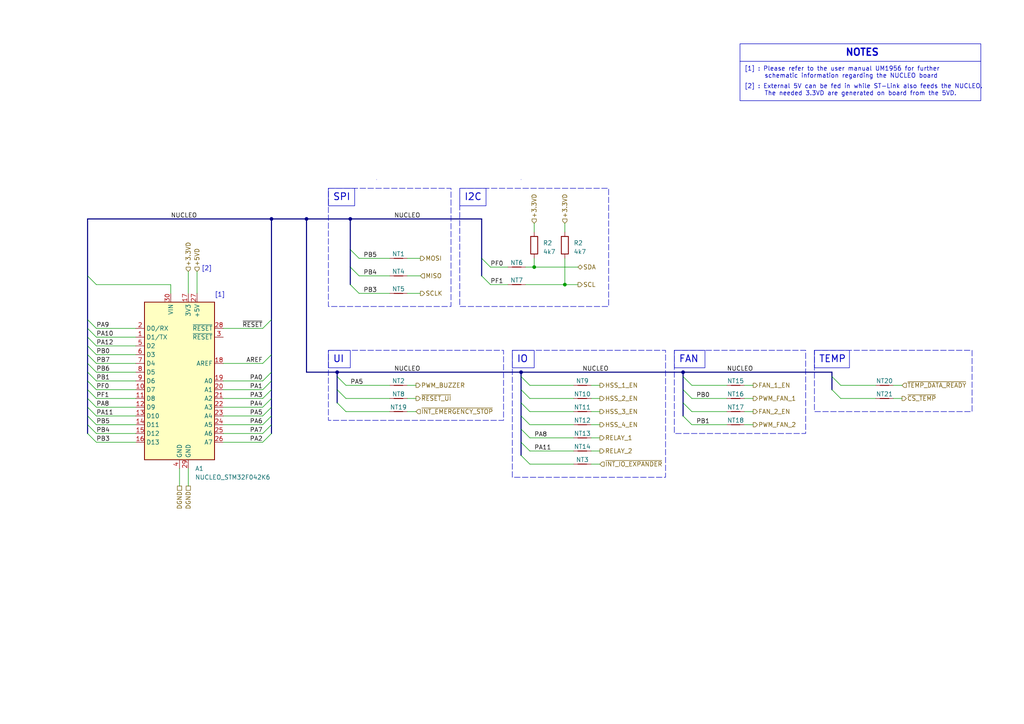
<source format=kicad_sch>
(kicad_sch (version 20230121) (generator eeschema)

  (uuid 390c29de-d50a-4eec-8f17-56dd03866388)

  (paper "A4")

  (title_block
    (title "Reflow Oven Control")
    (rev "0.1")
  )

  (lib_symbols
    (symbol "Device:NetTie_2" (pin_numbers hide) (pin_names (offset 0) hide) (in_bom yes) (on_board yes)
      (property "Reference" "NT" (at 0 1.27 0)
        (effects (font (size 1.27 1.27)))
      )
      (property "Value" "NetTie_2" (at 0 -1.27 0)
        (effects (font (size 1.27 1.27)))
      )
      (property "Footprint" "" (at 0 0 0)
        (effects (font (size 1.27 1.27)) hide)
      )
      (property "Datasheet" "~" (at 0 0 0)
        (effects (font (size 1.27 1.27)) hide)
      )
      (property "ki_keywords" "net tie short" (at 0 0 0)
        (effects (font (size 1.27 1.27)) hide)
      )
      (property "ki_description" "Net tie, 2 pins" (at 0 0 0)
        (effects (font (size 1.27 1.27)) hide)
      )
      (property "ki_fp_filters" "Net*Tie*" (at 0 0 0)
        (effects (font (size 1.27 1.27)) hide)
      )
      (symbol "NetTie_2_0_1"
        (polyline
          (pts
            (xy -1.27 0)
            (xy 1.27 0)
          )
          (stroke (width 0.254) (type default))
          (fill (type none))
        )
      )
      (symbol "NetTie_2_1_1"
        (pin passive line (at -2.54 0 0) (length 2.54)
          (name "1" (effects (font (size 1.27 1.27))))
          (number "1" (effects (font (size 1.27 1.27))))
        )
        (pin passive line (at 2.54 0 180) (length 2.54)
          (name "2" (effects (font (size 1.27 1.27))))
          (number "2" (effects (font (size 1.27 1.27))))
        )
      )
    )
    (symbol "Device:R" (pin_numbers hide) (pin_names (offset 0)) (in_bom yes) (on_board yes)
      (property "Reference" "R" (at 2.032 0 90)
        (effects (font (size 1.27 1.27)))
      )
      (property "Value" "R" (at 0 0 90)
        (effects (font (size 1.27 1.27)))
      )
      (property "Footprint" "" (at -1.778 0 90)
        (effects (font (size 1.27 1.27)) hide)
      )
      (property "Datasheet" "~" (at 0 0 0)
        (effects (font (size 1.27 1.27)) hide)
      )
      (property "ki_keywords" "R res resistor" (at 0 0 0)
        (effects (font (size 1.27 1.27)) hide)
      )
      (property "ki_description" "Resistor" (at 0 0 0)
        (effects (font (size 1.27 1.27)) hide)
      )
      (property "ki_fp_filters" "R_*" (at 0 0 0)
        (effects (font (size 1.27 1.27)) hide)
      )
      (symbol "R_0_1"
        (rectangle (start -1.016 -2.54) (end 1.016 2.54)
          (stroke (width 0.254) (type default))
          (fill (type none))
        )
      )
      (symbol "R_1_1"
        (pin passive line (at 0 3.81 270) (length 1.27)
          (name "~" (effects (font (size 1.27 1.27))))
          (number "1" (effects (font (size 1.27 1.27))))
        )
        (pin passive line (at 0 -3.81 90) (length 1.27)
          (name "~" (effects (font (size 1.27 1.27))))
          (number "2" (effects (font (size 1.27 1.27))))
        )
      )
    )
    (symbol "MCU_Module:Arduino_Nano_v3.x" (in_bom yes) (on_board yes)
      (property "Reference" "A" (at -10.16 23.495 0)
        (effects (font (size 1.27 1.27)) (justify left bottom))
      )
      (property "Value" "Arduino_Nano_v3.x" (at 5.08 -24.13 0)
        (effects (font (size 1.27 1.27)) (justify left top))
      )
      (property "Footprint" "Module:Arduino_Nano" (at 0 0 0)
        (effects (font (size 1.27 1.27) italic) hide)
      )
      (property "Datasheet" "http://www.mouser.com/pdfdocs/Gravitech_Arduino_Nano3_0.pdf" (at 0 0 0)
        (effects (font (size 1.27 1.27)) hide)
      )
      (property "ki_keywords" "Arduino nano microcontroller module USB" (at 0 0 0)
        (effects (font (size 1.27 1.27)) hide)
      )
      (property "ki_description" "Arduino Nano v3.x" (at 0 0 0)
        (effects (font (size 1.27 1.27)) hide)
      )
      (property "ki_fp_filters" "Arduino*Nano*" (at 0 0 0)
        (effects (font (size 1.27 1.27)) hide)
      )
      (symbol "Arduino_Nano_v3.x_0_1"
        (rectangle (start -10.16 22.86) (end 10.16 -22.86)
          (stroke (width 0.254) (type default))
          (fill (type background))
        )
      )
      (symbol "Arduino_Nano_v3.x_1_1"
        (pin bidirectional line (at -12.7 12.7 0) (length 2.54)
          (name "D1/TX" (effects (font (size 1.27 1.27))))
          (number "1" (effects (font (size 1.27 1.27))))
        )
        (pin bidirectional line (at -12.7 -2.54 0) (length 2.54)
          (name "D7" (effects (font (size 1.27 1.27))))
          (number "10" (effects (font (size 1.27 1.27))))
        )
        (pin bidirectional line (at -12.7 -5.08 0) (length 2.54)
          (name "D8" (effects (font (size 1.27 1.27))))
          (number "11" (effects (font (size 1.27 1.27))))
        )
        (pin bidirectional line (at -12.7 -7.62 0) (length 2.54)
          (name "D9" (effects (font (size 1.27 1.27))))
          (number "12" (effects (font (size 1.27 1.27))))
        )
        (pin bidirectional line (at -12.7 -10.16 0) (length 2.54)
          (name "D10" (effects (font (size 1.27 1.27))))
          (number "13" (effects (font (size 1.27 1.27))))
        )
        (pin bidirectional line (at -12.7 -12.7 0) (length 2.54)
          (name "D11" (effects (font (size 1.27 1.27))))
          (number "14" (effects (font (size 1.27 1.27))))
        )
        (pin bidirectional line (at -12.7 -15.24 0) (length 2.54)
          (name "D12" (effects (font (size 1.27 1.27))))
          (number "15" (effects (font (size 1.27 1.27))))
        )
        (pin bidirectional line (at -12.7 -17.78 0) (length 2.54)
          (name "D13" (effects (font (size 1.27 1.27))))
          (number "16" (effects (font (size 1.27 1.27))))
        )
        (pin power_out line (at 2.54 25.4 270) (length 2.54)
          (name "3V3" (effects (font (size 1.27 1.27))))
          (number "17" (effects (font (size 1.27 1.27))))
        )
        (pin input line (at 12.7 5.08 180) (length 2.54)
          (name "AREF" (effects (font (size 1.27 1.27))))
          (number "18" (effects (font (size 1.27 1.27))))
        )
        (pin bidirectional line (at 12.7 0 180) (length 2.54)
          (name "A0" (effects (font (size 1.27 1.27))))
          (number "19" (effects (font (size 1.27 1.27))))
        )
        (pin bidirectional line (at -12.7 15.24 0) (length 2.54)
          (name "D0/RX" (effects (font (size 1.27 1.27))))
          (number "2" (effects (font (size 1.27 1.27))))
        )
        (pin bidirectional line (at 12.7 -2.54 180) (length 2.54)
          (name "A1" (effects (font (size 1.27 1.27))))
          (number "20" (effects (font (size 1.27 1.27))))
        )
        (pin bidirectional line (at 12.7 -5.08 180) (length 2.54)
          (name "A2" (effects (font (size 1.27 1.27))))
          (number "21" (effects (font (size 1.27 1.27))))
        )
        (pin bidirectional line (at 12.7 -7.62 180) (length 2.54)
          (name "A3" (effects (font (size 1.27 1.27))))
          (number "22" (effects (font (size 1.27 1.27))))
        )
        (pin bidirectional line (at 12.7 -10.16 180) (length 2.54)
          (name "A4" (effects (font (size 1.27 1.27))))
          (number "23" (effects (font (size 1.27 1.27))))
        )
        (pin bidirectional line (at 12.7 -12.7 180) (length 2.54)
          (name "A5" (effects (font (size 1.27 1.27))))
          (number "24" (effects (font (size 1.27 1.27))))
        )
        (pin bidirectional line (at 12.7 -15.24 180) (length 2.54)
          (name "A6" (effects (font (size 1.27 1.27))))
          (number "25" (effects (font (size 1.27 1.27))))
        )
        (pin bidirectional line (at 12.7 -17.78 180) (length 2.54)
          (name "A7" (effects (font (size 1.27 1.27))))
          (number "26" (effects (font (size 1.27 1.27))))
        )
        (pin power_out line (at 5.08 25.4 270) (length 2.54)
          (name "+5V" (effects (font (size 1.27 1.27))))
          (number "27" (effects (font (size 1.27 1.27))))
        )
        (pin input line (at 12.7 15.24 180) (length 2.54)
          (name "~{RESET}" (effects (font (size 1.27 1.27))))
          (number "28" (effects (font (size 1.27 1.27))))
        )
        (pin power_in line (at 2.54 -25.4 90) (length 2.54)
          (name "GND" (effects (font (size 1.27 1.27))))
          (number "29" (effects (font (size 1.27 1.27))))
        )
        (pin input line (at 12.7 12.7 180) (length 2.54)
          (name "~{RESET}" (effects (font (size 1.27 1.27))))
          (number "3" (effects (font (size 1.27 1.27))))
        )
        (pin power_in line (at -2.54 25.4 270) (length 2.54)
          (name "VIN" (effects (font (size 1.27 1.27))))
          (number "30" (effects (font (size 1.27 1.27))))
        )
        (pin power_in line (at 0 -25.4 90) (length 2.54)
          (name "GND" (effects (font (size 1.27 1.27))))
          (number "4" (effects (font (size 1.27 1.27))))
        )
        (pin bidirectional line (at -12.7 10.16 0) (length 2.54)
          (name "D2" (effects (font (size 1.27 1.27))))
          (number "5" (effects (font (size 1.27 1.27))))
        )
        (pin bidirectional line (at -12.7 7.62 0) (length 2.54)
          (name "D3" (effects (font (size 1.27 1.27))))
          (number "6" (effects (font (size 1.27 1.27))))
        )
        (pin bidirectional line (at -12.7 5.08 0) (length 2.54)
          (name "D4" (effects (font (size 1.27 1.27))))
          (number "7" (effects (font (size 1.27 1.27))))
        )
        (pin bidirectional line (at -12.7 2.54 0) (length 2.54)
          (name "D5" (effects (font (size 1.27 1.27))))
          (number "8" (effects (font (size 1.27 1.27))))
        )
        (pin bidirectional line (at -12.7 0 0) (length 2.54)
          (name "D6" (effects (font (size 1.27 1.27))))
          (number "9" (effects (font (size 1.27 1.27))))
        )
      )
    )
  )

  (junction (at 163.83 82.55) (diameter 0) (color 0 0 0 0)
    (uuid 05a992cb-8fc2-46f4-b2a2-0a8dcc7ec890)
  )
  (junction (at 151.13 107.95) (diameter 0) (color 0 0 0 0)
    (uuid 072bd889-5e81-45c9-868c-b4bc45c63fb0)
  )
  (junction (at 101.6 63.5) (diameter 0) (color 0 0 0 0)
    (uuid 34fd1cea-6588-4b89-b3c1-f5485668f5d5)
  )
  (junction (at 154.94 77.47) (diameter 0) (color 0 0 0 0)
    (uuid 45416b80-afb6-496c-9277-586f44d4e460)
  )
  (junction (at 198.12 107.95) (diameter 0) (color 0 0 0 0)
    (uuid 4cccdf9f-b06c-45a6-9f8e-a16617de4b0b)
  )
  (junction (at 88.9 63.5) (diameter 0) (color 0 0 0 0)
    (uuid 6e0f3c70-05d7-438c-95c2-fdcd759ad217)
  )
  (junction (at 78.74 63.5) (diameter 0) (color 0 0 0 0)
    (uuid 9fb0cbbc-9997-4795-b859-d72ee810550e)
  )
  (junction (at 97.79 107.95) (diameter 0) (color 0 0 0 0)
    (uuid e9798289-6a56-4b2f-8bfc-5e1256d23b49)
  )

  (bus_entry (at 151.13 113.03) (size 2.54 2.54)
    (stroke (width 0) (type default))
    (uuid 0a9dd1f6-7455-4c59-b872-e67b1b5aee0a)
  )
  (bus_entry (at 25.4 118.11) (size 2.54 2.54)
    (stroke (width 0) (type default))
    (uuid 1f9556e0-4b45-43aa-ae2a-5dd90511a838)
  )
  (bus_entry (at 25.4 95.25) (size 2.54 2.54)
    (stroke (width 0) (type default))
    (uuid 33acd9e9-c3f4-46c7-a7ea-ca029184bdd6)
  )
  (bus_entry (at 241.3 109.22) (size 2.54 2.54)
    (stroke (width 0) (type default))
    (uuid 36e6d721-42da-4384-ad7a-253c4591948e)
  )
  (bus_entry (at 25.4 80.01) (size 2.54 2.54)
    (stroke (width 0) (type default))
    (uuid 376d73ee-ff0e-41fb-b9d0-e10a9ac6c804)
  )
  (bus_entry (at 25.4 123.19) (size 2.54 2.54)
    (stroke (width 0) (type default))
    (uuid 43d0398d-fdc7-497f-a66e-281928389f7b)
  )
  (bus_entry (at 101.6 77.47) (size 2.54 2.54)
    (stroke (width 0) (type default))
    (uuid 4940d378-5f88-4611-bb7a-31db2f080db2)
  )
  (bus_entry (at 25.4 107.95) (size 2.54 2.54)
    (stroke (width 0) (type default))
    (uuid 49d0f4e2-296e-4715-8784-a32b19d206b7)
  )
  (bus_entry (at 151.13 109.22) (size 2.54 2.54)
    (stroke (width 0) (type default))
    (uuid 4f7fc01a-f4fb-4bf3-b1d2-c439623b0528)
  )
  (bus_entry (at 25.4 115.57) (size 2.54 2.54)
    (stroke (width 0) (type default))
    (uuid 4fd82e26-3707-43b0-9ee0-498706a5c5a4)
  )
  (bus_entry (at 78.74 115.57) (size -2.54 2.54)
    (stroke (width 0) (type default))
    (uuid 51ecc4f0-c4d9-4cd9-95f2-a155ae8cb2d2)
  )
  (bus_entry (at 198.12 120.65) (size 2.54 2.54)
    (stroke (width 0) (type default))
    (uuid 546b3a97-c3a9-4d0a-9ae7-18083d6b16f6)
  )
  (bus_entry (at 139.7 74.93) (size 2.54 2.54)
    (stroke (width 0) (type default))
    (uuid 572bb3af-d1d0-4e56-8145-80531c8dc0ed)
  )
  (bus_entry (at 78.74 107.95) (size -2.54 2.54)
    (stroke (width 0) (type default))
    (uuid 5ff6cbc1-d759-41bf-8cbc-3a1855c1882b)
  )
  (bus_entry (at 97.79 116.84) (size 2.54 2.54)
    (stroke (width 0) (type default))
    (uuid 6a25be29-6bb8-4a28-ae5d-a55703f33c1c)
  )
  (bus_entry (at 198.12 116.84) (size 2.54 2.54)
    (stroke (width 0) (type default))
    (uuid 6b67e076-d924-455e-908a-c14bfd26f94f)
  )
  (bus_entry (at 78.74 92.71) (size -2.54 2.54)
    (stroke (width 0) (type default))
    (uuid 716fdcd2-740e-4322-afa2-7c8dfc7458f4)
  )
  (bus_entry (at 151.13 128.27) (size 2.54 2.54)
    (stroke (width 0) (type default))
    (uuid 76794476-5a6b-4c02-8237-4fb5c73f9dca)
  )
  (bus_entry (at 25.4 125.73) (size 2.54 2.54)
    (stroke (width 0) (type default))
    (uuid 799fc6a0-d06b-4acf-baec-afda9906a317)
  )
  (bus_entry (at 241.3 113.03) (size 2.54 2.54)
    (stroke (width 0) (type default))
    (uuid 7c0d46b3-e7bd-450f-8b0e-c7b63351b6cd)
  )
  (bus_entry (at 151.13 116.84) (size 2.54 2.54)
    (stroke (width 0) (type default))
    (uuid 804481ff-af93-4e90-a710-63f1eff268de)
  )
  (bus_entry (at 25.4 102.87) (size 2.54 2.54)
    (stroke (width 0) (type default))
    (uuid 82b727af-17b4-49dc-8dbb-44acdd24a9f8)
  )
  (bus_entry (at 25.4 110.49) (size 2.54 2.54)
    (stroke (width 0) (type default))
    (uuid 8411662d-5d43-44f7-80e7-ba78e383da82)
  )
  (bus_entry (at 25.4 97.79) (size 2.54 2.54)
    (stroke (width 0) (type default))
    (uuid 88e88ff0-2a60-46f4-a0a5-89db9186d560)
  )
  (bus_entry (at 78.74 102.87) (size -2.54 2.54)
    (stroke (width 0) (type default))
    (uuid 898304f6-1f41-4186-8c47-ef7aa715352e)
  )
  (bus_entry (at 101.6 72.39) (size 2.54 2.54)
    (stroke (width 0) (type default))
    (uuid 89a052c2-e431-4a56-926f-26d55b07c6ab)
  )
  (bus_entry (at 151.13 120.65) (size 2.54 2.54)
    (stroke (width 0) (type default))
    (uuid 8b7cca22-c8d3-4c1f-ae9f-2abac0df8b11)
  )
  (bus_entry (at 25.4 120.65) (size 2.54 2.54)
    (stroke (width 0) (type default))
    (uuid 94d7c4bd-4da5-41c1-bd7a-50a718a03e22)
  )
  (bus_entry (at 25.4 100.33) (size 2.54 2.54)
    (stroke (width 0) (type default))
    (uuid 9fe10012-4f11-45b8-b767-2d5a9128fad9)
  )
  (bus_entry (at 198.12 109.22) (size 2.54 2.54)
    (stroke (width 0) (type default))
    (uuid ae387201-448a-41e9-b5f9-04ebf493915e)
  )
  (bus_entry (at 198.12 113.03) (size 2.54 2.54)
    (stroke (width 0) (type default))
    (uuid b38d90ab-7788-4607-9bec-f3592be44851)
  )
  (bus_entry (at 78.74 118.11) (size -2.54 2.54)
    (stroke (width 0) (type default))
    (uuid bb1fca84-f494-45ef-b8ad-b35bd68cea9f)
  )
  (bus_entry (at 151.13 132.08) (size 2.54 2.54)
    (stroke (width 0) (type default))
    (uuid bd284321-6a40-4692-ba31-8fac74e9383e)
  )
  (bus_entry (at 139.7 80.01) (size 2.54 2.54)
    (stroke (width 0) (type default))
    (uuid be278b46-b938-4f01-9011-1016fe5edb1a)
  )
  (bus_entry (at 25.4 92.71) (size 2.54 2.54)
    (stroke (width 0) (type default))
    (uuid bf00e6ae-72de-423b-9067-82595ae122c9)
  )
  (bus_entry (at 25.4 105.41) (size 2.54 2.54)
    (stroke (width 0) (type default))
    (uuid c0a7d39d-ee5d-4885-b2f9-29dddaf1f093)
  )
  (bus_entry (at 151.13 124.46) (size 2.54 2.54)
    (stroke (width 0) (type default))
    (uuid ce264fef-004d-4b82-a183-fd7432f678f8)
  )
  (bus_entry (at 78.74 123.19) (size -2.54 2.54)
    (stroke (width 0) (type default))
    (uuid cf2b230c-177e-49e1-9bb1-35860ac0e843)
  )
  (bus_entry (at 78.74 113.03) (size -2.54 2.54)
    (stroke (width 0) (type default))
    (uuid d16e8b0e-8fec-436e-ad1c-1247a44149da)
  )
  (bus_entry (at 97.79 109.22) (size 2.54 2.54)
    (stroke (width 0) (type default))
    (uuid d2479a2f-a38b-4354-8583-fa71daa57f0e)
  )
  (bus_entry (at 101.6 82.55) (size 2.54 2.54)
    (stroke (width 0) (type default))
    (uuid d83d20de-c953-41d4-af24-1b49c21eff2f)
  )
  (bus_entry (at 25.4 113.03) (size 2.54 2.54)
    (stroke (width 0) (type default))
    (uuid da06c34c-5e64-4157-b0e9-70af5beb20d1)
  )
  (bus_entry (at 78.74 120.65) (size -2.54 2.54)
    (stroke (width 0) (type default))
    (uuid edbde2df-723d-4905-a16f-dbb677736c07)
  )
  (bus_entry (at 78.74 125.73) (size -2.54 2.54)
    (stroke (width 0) (type default))
    (uuid f80dcd43-737e-4bc0-9865-7c98b8955592)
  )
  (bus_entry (at 78.74 110.49) (size -2.54 2.54)
    (stroke (width 0) (type default))
    (uuid fa246b42-c6eb-4c06-8774-012ca2814d79)
  )
  (bus_entry (at 97.79 113.03) (size 2.54 2.54)
    (stroke (width 0) (type default))
    (uuid ff044d87-f229-45fc-8082-bc4f7c3a1d8b)
  )

  (wire (pts (xy 153.67 127) (xy 166.37 127))
    (stroke (width 0) (type default))
    (uuid 0277cd16-3e6e-4510-ac03-ba85df085729)
  )
  (bus (pts (xy 78.74 63.5) (xy 88.9 63.5))
    (stroke (width 0) (type default))
    (uuid 066097b8-5f05-4489-b62f-954cdc779f22)
  )
  (bus (pts (xy 25.4 110.49) (xy 25.4 107.95))
    (stroke (width 0) (type default))
    (uuid 07211aac-15ef-4df7-a46d-89ebd1d11063)
  )

  (wire (pts (xy 27.94 105.41) (xy 39.37 105.41))
    (stroke (width 0) (type default))
    (uuid 0868d131-f731-4152-9f0d-4c114b21ed43)
  )
  (wire (pts (xy 57.15 78.74) (xy 57.15 85.09))
    (stroke (width 0) (type default))
    (uuid 090bbb43-473b-401f-928f-cc999f723226)
  )
  (bus (pts (xy 88.9 107.95) (xy 97.79 107.95))
    (stroke (width 0) (type default))
    (uuid 0953587b-3a73-4253-bfba-c7c749c5fe54)
  )
  (bus (pts (xy 101.6 77.47) (xy 101.6 82.55))
    (stroke (width 0) (type default))
    (uuid 0d0ed3b4-0b1f-4c7e-8727-0892defbe8a6)
  )

  (wire (pts (xy 200.66 115.57) (xy 210.82 115.57))
    (stroke (width 0) (type default))
    (uuid 0ffb1821-8a0b-42d2-b34c-1f51d3b13259)
  )
  (wire (pts (xy 118.11 74.93) (xy 121.92 74.93))
    (stroke (width 0) (type default))
    (uuid 10a00a90-0b2e-4c5a-b70b-8da50251a271)
  )
  (wire (pts (xy 200.66 123.19) (xy 210.82 123.19))
    (stroke (width 0) (type default))
    (uuid 11871216-1198-455c-abbb-9c9c355fc602)
  )
  (wire (pts (xy 76.2 105.41) (xy 64.77 105.41))
    (stroke (width 0) (type default))
    (uuid 12863890-24ee-482b-adee-0ddb59609dd4)
  )
  (bus (pts (xy 25.4 102.87) (xy 25.4 100.33))
    (stroke (width 0) (type default))
    (uuid 137f073a-b1d4-4ca6-a948-40a22fa62c45)
  )

  (wire (pts (xy 104.14 80.01) (xy 113.03 80.01))
    (stroke (width 0) (type default))
    (uuid 1793bf3e-1eab-45f2-a3b0-c99edfc67b4b)
  )
  (wire (pts (xy 153.67 115.57) (xy 166.37 115.57))
    (stroke (width 0) (type default))
    (uuid 18bb8468-4b04-413f-9f0a-174d87efe69e)
  )
  (bus (pts (xy 25.4 80.01) (xy 25.4 63.5))
    (stroke (width 0) (type default))
    (uuid 19be2257-02b7-4460-871b-608a17588aab)
  )
  (bus (pts (xy 101.6 63.5) (xy 139.7 63.5))
    (stroke (width 0) (type default))
    (uuid 1a8fc976-4bff-4af1-a4c8-e147fce16221)
  )

  (wire (pts (xy 64.77 95.25) (xy 76.2 95.25))
    (stroke (width 0) (type default))
    (uuid 1e6b3642-11de-419e-9621-646a5e23cbca)
  )
  (wire (pts (xy 142.24 82.55) (xy 147.32 82.55))
    (stroke (width 0) (type default))
    (uuid 1e6f0172-64d2-419a-afc1-e1cde53eb34a)
  )
  (wire (pts (xy 154.94 64.77) (xy 154.94 67.31))
    (stroke (width 0) (type default))
    (uuid 20ce3e5b-f594-473e-b9f5-32f890af1798)
  )
  (bus (pts (xy 25.4 97.79) (xy 25.4 95.25))
    (stroke (width 0) (type default))
    (uuid 235cd0dc-487a-4a26-a84b-7441cc0b6aa8)
  )

  (wire (pts (xy 100.33 111.76) (xy 113.03 111.76))
    (stroke (width 0) (type default))
    (uuid 23b39cc8-02f8-4bc8-9899-e205a6653103)
  )
  (bus (pts (xy 198.12 107.95) (xy 241.3 107.95))
    (stroke (width 0) (type default))
    (uuid 269cfd6b-e361-445c-a8c1-a3f7edc22550)
  )
  (bus (pts (xy 151.13 113.03) (xy 151.13 116.84))
    (stroke (width 0) (type default))
    (uuid 2986d641-39d4-4ad0-b25a-b316e015b858)
  )

  (wire (pts (xy 153.67 134.62) (xy 166.37 134.62))
    (stroke (width 0) (type default))
    (uuid 29c090ec-a20a-4f1b-9d6d-d9b3984336c5)
  )
  (wire (pts (xy 171.45 127) (xy 173.99 127))
    (stroke (width 0) (type default))
    (uuid 2c0b5b2b-3c8d-4974-8b66-84cf069d1b87)
  )
  (wire (pts (xy 27.94 125.73) (xy 39.37 125.73))
    (stroke (width 0) (type default))
    (uuid 2cdee492-f5d0-4073-b537-2c8b0716483d)
  )
  (wire (pts (xy 118.11 85.09) (xy 121.92 85.09))
    (stroke (width 0) (type default))
    (uuid 2f23d2a2-98df-46fb-a3f9-bc7508f224e5)
  )
  (bus (pts (xy 25.4 115.57) (xy 25.4 113.03))
    (stroke (width 0) (type default))
    (uuid 303047e8-3f4c-401d-9186-69f85f345672)
  )

  (wire (pts (xy 215.9 123.19) (xy 218.44 123.19))
    (stroke (width 0) (type default))
    (uuid 314f0c75-7ec9-4c42-a93b-6c93cf221cf6)
  )
  (wire (pts (xy 76.2 128.27) (xy 64.77 128.27))
    (stroke (width 0) (type default))
    (uuid 34a6a992-32a7-4c58-b8a8-6bf4d52e1a86)
  )
  (bus (pts (xy 241.3 109.22) (xy 241.3 113.03))
    (stroke (width 0) (type default))
    (uuid 34bbc3b7-67a1-4998-aadb-b056a1b70430)
  )
  (bus (pts (xy 78.74 63.5) (xy 78.74 92.71))
    (stroke (width 0) (type default))
    (uuid 34e6d9fe-9a71-4937-bead-4adafb818bff)
  )

  (wire (pts (xy 27.94 97.79) (xy 39.37 97.79))
    (stroke (width 0) (type default))
    (uuid 3522ca88-a11c-433d-8fb8-c1f6ad22930f)
  )
  (bus (pts (xy 97.79 109.22) (xy 97.79 113.03))
    (stroke (width 0) (type default))
    (uuid 35cf8884-e147-4c89-a557-28379654d220)
  )

  (wire (pts (xy 152.4 82.55) (xy 163.83 82.55))
    (stroke (width 0) (type default))
    (uuid 36cf02bc-2d69-49b8-98b8-1a7fbfe55e8f)
  )
  (bus (pts (xy 25.4 92.71) (xy 25.4 80.01))
    (stroke (width 0) (type default))
    (uuid 36e4fea1-9478-4633-888c-6b8872d86994)
  )

  (wire (pts (xy 27.94 115.57) (xy 39.37 115.57))
    (stroke (width 0) (type default))
    (uuid 37c8c2b3-5222-46ea-91a9-216b0c085b59)
  )
  (bus (pts (xy 78.74 102.87) (xy 78.74 107.95))
    (stroke (width 0) (type default))
    (uuid 38ffca35-0404-4a4f-aeca-7c8a6f69ce37)
  )
  (bus (pts (xy 198.12 116.84) (xy 198.12 120.65))
    (stroke (width 0) (type default))
    (uuid 3af89ef8-b794-4c88-9d62-c2c24831dc37)
  )
  (bus (pts (xy 97.79 107.95) (xy 97.79 109.22))
    (stroke (width 0) (type default))
    (uuid 3b692bf2-907c-4e01-9371-17492e83d164)
  )
  (bus (pts (xy 25.4 63.5) (xy 78.74 63.5))
    (stroke (width 0) (type default))
    (uuid 4013d9da-c697-4324-afd8-cfb84051d1c3)
  )

  (wire (pts (xy 27.94 120.65) (xy 39.37 120.65))
    (stroke (width 0) (type default))
    (uuid 40adc869-02bf-499c-836f-e67599b1a298)
  )
  (wire (pts (xy 76.2 120.65) (xy 64.77 120.65))
    (stroke (width 0) (type default))
    (uuid 420db44b-ab1a-45a8-acbd-1b5c73294c04)
  )
  (wire (pts (xy 259.08 111.76) (xy 261.62 111.76))
    (stroke (width 0) (type default))
    (uuid 48ce097a-d03c-402c-99f7-013667a872c6)
  )
  (wire (pts (xy 142.24 77.47) (xy 147.32 77.47))
    (stroke (width 0) (type default))
    (uuid 498c399c-46a6-40f7-83e2-7dff51d6aa52)
  )
  (bus (pts (xy 25.4 123.19) (xy 25.4 120.65))
    (stroke (width 0) (type default))
    (uuid 49d7c495-67f1-4a43-9b08-e053f73ce3d4)
  )

  (wire (pts (xy 163.83 74.93) (xy 163.83 82.55))
    (stroke (width 0) (type default))
    (uuid 4c4de75d-9492-467e-997d-70c6531e19d0)
  )
  (bus (pts (xy 198.12 109.22) (xy 198.12 113.03))
    (stroke (width 0) (type default))
    (uuid 4d29384c-c1c8-4917-ad11-ae33779bf79a)
  )
  (bus (pts (xy 151.13 120.65) (xy 151.13 124.46))
    (stroke (width 0) (type default))
    (uuid 4e63aadc-89ef-4049-b862-2e51a99f7430)
  )
  (bus (pts (xy 151.13 109.22) (xy 151.13 113.03))
    (stroke (width 0) (type default))
    (uuid 50d60ded-1bf4-478c-a258-527d8d0ef51b)
  )
  (bus (pts (xy 25.4 118.11) (xy 25.4 115.57))
    (stroke (width 0) (type default))
    (uuid 53933a30-80fe-459c-a1ae-c7dc509e0ca2)
  )

  (wire (pts (xy 153.67 111.76) (xy 166.37 111.76))
    (stroke (width 0) (type default))
    (uuid 553393fe-b972-40b0-b1da-f8502c39fb79)
  )
  (wire (pts (xy 27.94 123.19) (xy 39.37 123.19))
    (stroke (width 0) (type default))
    (uuid 554d68d6-0fea-4821-8cf9-327ba9ad3de0)
  )
  (wire (pts (xy 118.11 80.01) (xy 121.92 80.01))
    (stroke (width 0) (type default))
    (uuid 56ad3bee-f364-4111-913e-eaa413ff3130)
  )
  (wire (pts (xy 118.11 119.38) (xy 120.65 119.38))
    (stroke (width 0) (type default))
    (uuid 5700cbf4-67cb-4c5e-aa86-af9d94ab1456)
  )
  (bus (pts (xy 88.9 107.95) (xy 88.9 63.5))
    (stroke (width 0) (type default))
    (uuid 58c66aed-2fca-4a90-95ca-41626264bc80)
  )

  (wire (pts (xy 27.94 118.11) (xy 39.37 118.11))
    (stroke (width 0) (type default))
    (uuid 5c7e7270-fc33-43b3-898e-c171989a3484)
  )
  (wire (pts (xy 152.4 77.47) (xy 154.94 77.47))
    (stroke (width 0) (type default))
    (uuid 5cd148a6-3f82-4579-b2e5-7d436c9d4da6)
  )
  (wire (pts (xy 52.07 140.97) (xy 52.07 135.89))
    (stroke (width 0) (type default))
    (uuid 5da316a2-26fb-4fec-b13c-52bbc2858068)
  )
  (wire (pts (xy 27.94 100.33) (xy 39.37 100.33))
    (stroke (width 0) (type default))
    (uuid 62bfbf3e-9f73-4d8e-817c-e0cde8ebad16)
  )
  (wire (pts (xy 153.67 123.19) (xy 166.37 123.19))
    (stroke (width 0) (type default))
    (uuid 6477416f-3e4d-4db4-9e75-deeed6d32887)
  )
  (bus (pts (xy 88.9 63.5) (xy 101.6 63.5))
    (stroke (width 0) (type default))
    (uuid 64b914a4-2e3d-4248-8773-ac72e49b7180)
  )

  (wire (pts (xy 76.2 118.11) (xy 64.77 118.11))
    (stroke (width 0) (type default))
    (uuid 6524f4c1-01ee-466a-b663-d93a3edbf225)
  )
  (bus (pts (xy 151.13 128.27) (xy 151.13 132.08))
    (stroke (width 0) (type default))
    (uuid 668123d2-e772-41ca-b192-a34c0dde773c)
  )

  (wire (pts (xy 27.94 82.55) (xy 49.53 82.55))
    (stroke (width 0) (type default))
    (uuid 6a4a729d-e6c7-49e3-80f5-5f5240b484d3)
  )
  (bus (pts (xy 139.7 63.5) (xy 139.7 74.93))
    (stroke (width 0) (type default))
    (uuid 6ed4a8ac-1fe7-464a-ba3f-0e3832937432)
  )

  (wire (pts (xy 200.66 119.38) (xy 210.82 119.38))
    (stroke (width 0) (type default))
    (uuid 7112c590-f58d-430c-a649-3c92a29e09cd)
  )
  (bus (pts (xy 78.74 92.71) (xy 78.74 102.87))
    (stroke (width 0) (type default))
    (uuid 728cfaf7-ddde-4794-a5d6-2229368733fa)
  )
  (bus (pts (xy 139.7 74.93) (xy 139.7 80.01))
    (stroke (width 0) (type default))
    (uuid 737401c7-82ef-4dcc-8ac6-49af6f3cd52b)
  )

  (wire (pts (xy 154.94 77.47) (xy 167.64 77.47))
    (stroke (width 0) (type default))
    (uuid 766b0b35-5d22-41d3-8170-c51637f017c4)
  )
  (polyline (pts (xy 214.63 17.78) (xy 284.48 17.78))
    (stroke (width 0) (type default))
    (uuid 769301b2-981e-44fb-b178-dfdd7a5df1bf)
  )

  (bus (pts (xy 25.4 95.25) (xy 25.4 92.71))
    (stroke (width 0) (type default))
    (uuid 77b9ca48-f7e9-43e8-984c-34b7d529d1f1)
  )

  (wire (pts (xy 100.33 115.57) (xy 113.03 115.57))
    (stroke (width 0) (type default))
    (uuid 7897a003-f84d-4517-973d-e287336281d7)
  )
  (wire (pts (xy 243.84 115.57) (xy 254 115.57))
    (stroke (width 0) (type default))
    (uuid 7fb8f171-5077-4300-a6e2-dfe8d7810680)
  )
  (wire (pts (xy 76.2 110.49) (xy 64.77 110.49))
    (stroke (width 0) (type default))
    (uuid 8045b7f2-b4a2-48d4-b533-8b31100de8ec)
  )
  (bus (pts (xy 97.79 113.03) (xy 97.79 116.84))
    (stroke (width 0) (type default))
    (uuid 808a3bc9-8ebc-4741-8da0-ffffb1243efb)
  )

  (wire (pts (xy 163.83 64.77) (xy 163.83 67.31))
    (stroke (width 0) (type default))
    (uuid 819adc15-4aba-497b-a524-516a914633e3)
  )
  (wire (pts (xy 215.9 119.38) (xy 218.44 119.38))
    (stroke (width 0) (type default))
    (uuid 823e5b65-1906-401b-9b2a-3d51ad3002fa)
  )
  (bus (pts (xy 151.13 116.84) (xy 151.13 120.65))
    (stroke (width 0) (type default))
    (uuid 8362b4b7-a520-4d2c-a93d-6039ae482037)
  )

  (wire (pts (xy 163.83 82.55) (xy 167.64 82.55))
    (stroke (width 0) (type default))
    (uuid 8689d902-0a74-415e-8df7-b3f54f9f9cfe)
  )
  (bus (pts (xy 198.12 113.03) (xy 198.12 116.84))
    (stroke (width 0) (type default))
    (uuid 87697936-a286-45ef-ae7c-3891a5dc5a74)
  )

  (wire (pts (xy 27.94 102.87) (xy 39.37 102.87))
    (stroke (width 0) (type default))
    (uuid 8c982828-9957-4a75-91e6-03e96cd7721d)
  )
  (wire (pts (xy 259.08 115.57) (xy 261.62 115.57))
    (stroke (width 0) (type default))
    (uuid 8da2a455-5ec3-4aa4-8deb-38ef2caaf8af)
  )
  (wire (pts (xy 100.33 119.38) (xy 113.03 119.38))
    (stroke (width 0) (type default))
    (uuid 9074b6ba-0f5f-4ece-92cf-5da4dfebaaf6)
  )
  (bus (pts (xy 78.74 120.65) (xy 78.74 123.19))
    (stroke (width 0) (type default))
    (uuid 91e326cb-c57f-459e-b9e3-3ab63d758544)
  )

  (wire (pts (xy 27.94 128.27) (xy 39.37 128.27))
    (stroke (width 0) (type default))
    (uuid 92d14d6d-f0d0-4424-9675-f7f67adb57ca)
  )
  (wire (pts (xy 54.61 135.89) (xy 54.61 140.97))
    (stroke (width 0) (type default))
    (uuid 943e3130-07b2-4ccd-8177-055bf895930c)
  )
  (bus (pts (xy 241.3 107.95) (xy 241.3 109.22))
    (stroke (width 0) (type default))
    (uuid 976783a3-e532-4999-bf8c-6d750c31b163)
  )

  (wire (pts (xy 215.9 111.76) (xy 218.44 111.76))
    (stroke (width 0) (type default))
    (uuid 983d169e-79fa-4ab8-af17-298f4d935d02)
  )
  (wire (pts (xy 118.11 111.76) (xy 120.65 111.76))
    (stroke (width 0) (type default))
    (uuid 996a4ef9-b03c-4c1d-b01a-3e845301166a)
  )
  (bus (pts (xy 101.6 72.39) (xy 101.6 77.47))
    (stroke (width 0) (type default))
    (uuid 99b2c5e2-07d0-4bae-8ba1-36e72a665984)
  )

  (wire (pts (xy 171.45 123.19) (xy 173.99 123.19))
    (stroke (width 0) (type default))
    (uuid a10fea92-4051-4b3f-8408-c83c5566d05c)
  )
  (wire (pts (xy 27.94 95.25) (xy 39.37 95.25))
    (stroke (width 0) (type default))
    (uuid a2d871ae-bf23-42e6-84ab-09660c25ce4f)
  )
  (bus (pts (xy 25.4 125.73) (xy 25.4 123.19))
    (stroke (width 0) (type default))
    (uuid a315a66b-f77f-4ad0-981f-b208d8dd9b98)
  )

  (wire (pts (xy 171.45 130.81) (xy 173.99 130.81))
    (stroke (width 0) (type default))
    (uuid a8029b22-1c60-4e49-8d3b-ecaef84030e7)
  )
  (wire (pts (xy 171.45 134.62) (xy 173.99 134.62))
    (stroke (width 0) (type default))
    (uuid aa976952-a547-495e-8b37-b2565e2194ed)
  )
  (wire (pts (xy 76.2 123.19) (xy 64.77 123.19))
    (stroke (width 0) (type default))
    (uuid ab8b11e8-1268-476e-a32f-79145579831e)
  )
  (wire (pts (xy 27.94 107.95) (xy 39.37 107.95))
    (stroke (width 0) (type default))
    (uuid ac6b66af-a9e2-4dc0-b148-7ffacdd80ae1)
  )
  (bus (pts (xy 151.13 107.95) (xy 151.13 109.22))
    (stroke (width 0) (type default))
    (uuid b2c08514-0b8c-46de-b9bf-81531d594065)
  )

  (wire (pts (xy 104.14 85.09) (xy 113.03 85.09))
    (stroke (width 0) (type default))
    (uuid b3fb9799-8d74-4aca-bd0b-ff4485cb9ba0)
  )
  (bus (pts (xy 101.6 63.5) (xy 101.6 72.39))
    (stroke (width 0) (type default))
    (uuid b3fcc226-967f-466c-8d98-8971e5faa9b8)
  )

  (wire (pts (xy 154.94 74.93) (xy 154.94 77.47))
    (stroke (width 0) (type default))
    (uuid ba0b8bd0-748c-4f61-a2e1-92a3eab569a3)
  )
  (bus (pts (xy 198.12 107.95) (xy 198.12 109.22))
    (stroke (width 0) (type default))
    (uuid bb1e1f75-8904-42a3-8d90-c151b5cf379c)
  )
  (bus (pts (xy 78.74 113.03) (xy 78.74 115.57))
    (stroke (width 0) (type default))
    (uuid bcf7c225-d2d0-45fc-b294-5a9b5d05b91d)
  )
  (bus (pts (xy 78.74 115.57) (xy 78.74 118.11))
    (stroke (width 0) (type default))
    (uuid c5a20d1f-5575-4af6-9e49-3c5c9a0fedd2)
  )

  (wire (pts (xy 171.45 119.38) (xy 173.99 119.38))
    (stroke (width 0) (type default))
    (uuid c5c80336-767b-46c5-8703-1f44fc7eb373)
  )
  (wire (pts (xy 49.53 85.09) (xy 49.53 82.55))
    (stroke (width 0) (type default))
    (uuid cc5a0ea6-b35f-4530-9b9f-d8b0b1334fe1)
  )
  (bus (pts (xy 25.4 113.03) (xy 25.4 110.49))
    (stroke (width 0) (type default))
    (uuid ccd8f9f0-d136-4c04-93fc-0c257a6b569c)
  )

  (wire (pts (xy 215.9 115.57) (xy 218.44 115.57))
    (stroke (width 0) (type default))
    (uuid cd29dcc2-eb91-41a1-a7f2-4bd546a57065)
  )
  (bus (pts (xy 25.4 107.95) (xy 25.4 105.41))
    (stroke (width 0) (type default))
    (uuid cddfa2cf-efac-4175-9243-f18424673409)
  )
  (bus (pts (xy 78.74 123.19) (xy 78.74 125.73))
    (stroke (width 0) (type default))
    (uuid d07f9c7d-301c-4b4a-b591-720ee2acc4f2)
  )
  (bus (pts (xy 25.4 120.65) (xy 25.4 118.11))
    (stroke (width 0) (type default))
    (uuid d0d8e65b-33a8-467b-b6bd-1c2a8609f4d7)
  )

  (wire (pts (xy 76.2 125.73) (xy 64.77 125.73))
    (stroke (width 0) (type default))
    (uuid d23d864c-8e5a-4c98-a3a3-b8e890ab922f)
  )
  (wire (pts (xy 27.94 110.49) (xy 39.37 110.49))
    (stroke (width 0) (type default))
    (uuid d6b4770b-4cc6-440b-9002-a28667cc8756)
  )
  (bus (pts (xy 78.74 110.49) (xy 78.74 113.03))
    (stroke (width 0) (type default))
    (uuid da1977f7-2d71-4dac-bf54-6a64b289935d)
  )

  (wire (pts (xy 76.2 115.57) (xy 64.77 115.57))
    (stroke (width 0) (type default))
    (uuid dc547a09-e8cb-4f9c-be32-ffa806f71d41)
  )
  (bus (pts (xy 151.13 107.95) (xy 198.12 107.95))
    (stroke (width 0) (type default))
    (uuid df90dd98-dbfe-41b2-b4f0-f0791d74dcaa)
  )
  (bus (pts (xy 151.13 124.46) (xy 151.13 128.27))
    (stroke (width 0) (type default))
    (uuid e2401eed-64c8-4892-82d4-b7416a160856)
  )

  (wire (pts (xy 153.67 119.38) (xy 166.37 119.38))
    (stroke (width 0) (type default))
    (uuid e2bf4363-c9d1-412a-9882-82a2013dc1b8)
  )
  (wire (pts (xy 76.2 113.03) (xy 64.77 113.03))
    (stroke (width 0) (type default))
    (uuid e77c9705-e2c0-4857-9ab1-89836633dfac)
  )
  (bus (pts (xy 97.79 107.95) (xy 151.13 107.95))
    (stroke (width 0) (type default))
    (uuid ee2ca46d-e408-46bf-813c-7a7a70d2ab31)
  )
  (bus (pts (xy 78.74 118.11) (xy 78.74 120.65))
    (stroke (width 0) (type default))
    (uuid f06439a7-81bd-4198-a279-1916224c7d7c)
  )

  (wire (pts (xy 118.11 115.57) (xy 120.65 115.57))
    (stroke (width 0) (type default))
    (uuid f1087357-0d8b-47f8-b30e-ba7c3e973c1d)
  )
  (wire (pts (xy 27.94 113.03) (xy 39.37 113.03))
    (stroke (width 0) (type default))
    (uuid f1475e8a-0a8f-42ba-8a3f-993b17a41e82)
  )
  (wire (pts (xy 171.45 111.76) (xy 173.99 111.76))
    (stroke (width 0) (type default))
    (uuid f3c24dc0-6c10-410f-b7ad-fd06efd8f97a)
  )
  (wire (pts (xy 200.66 111.76) (xy 210.82 111.76))
    (stroke (width 0) (type default))
    (uuid f4d458dc-18dc-4a23-89af-6909b2508b38)
  )
  (bus (pts (xy 78.74 107.95) (xy 78.74 110.49))
    (stroke (width 0) (type default))
    (uuid f6197c0b-ffad-4b9b-a829-db350a49560e)
  )

  (wire (pts (xy 104.14 74.93) (xy 113.03 74.93))
    (stroke (width 0) (type default))
    (uuid f75465de-c168-4122-9b14-327e21696add)
  )
  (wire (pts (xy 54.61 78.74) (xy 54.61 85.09))
    (stroke (width 0) (type default))
    (uuid f81a13e2-fc81-416d-8f77-2a75f637554f)
  )
  (wire (pts (xy 171.45 115.57) (xy 173.99 115.57))
    (stroke (width 0) (type default))
    (uuid f92f7069-d94f-430c-a7b0-67fab9b2af39)
  )
  (wire (pts (xy 153.67 130.81) (xy 166.37 130.81))
    (stroke (width 0) (type default))
    (uuid fa30e35d-51fe-4515-ad64-a7faf3787b21)
  )
  (bus (pts (xy 25.4 105.41) (xy 25.4 102.87))
    (stroke (width 0) (type default))
    (uuid faa23951-cb02-498a-96bf-4b95a9a1b80c)
  )
  (bus (pts (xy 25.4 100.33) (xy 25.4 97.79))
    (stroke (width 0) (type default))
    (uuid fca641db-5336-458c-abdb-92d88b369de4)
  )

  (wire (pts (xy 243.84 111.76) (xy 254 111.76))
    (stroke (width 0) (type default))
    (uuid fd63eeb6-b808-482f-be41-9d34b58438c9)
  )

  (rectangle (start 95.25 101.6) (end 146.05 121.92)
    (stroke (width 0) (type dash))
    (fill (type none))
    (uuid 130164d0-01a8-47ec-b455-575675813804)
  )
  (rectangle (start 148.59 101.6) (end 193.04 138.43)
    (stroke (width 0) (type dash))
    (fill (type none))
    (uuid 1eafde42-5bd3-41d4-87e3-4d549c9fdf45)
  )
  (rectangle (start 236.22 101.6) (end 246.38 106.68)
    (stroke (width 0) (type default))
    (fill (type none))
    (uuid 26d1b8e8-eed7-470c-a5e6-934236911d14)
  )
  (rectangle (start 148.59 101.6) (end 154.94 106.68)
    (stroke (width 0) (type default))
    (fill (type none))
    (uuid 65fd33eb-1953-4afe-b958-7ee422cb9a7e)
  )
  (rectangle (start 195.58 101.6) (end 233.68 125.73)
    (stroke (width 0) (type dash))
    (fill (type none))
    (uuid 749ec750-1a9e-4138-b560-fae9612dc734)
  )
  (rectangle (start 133.35 54.61) (end 176.53 88.9)
    (stroke (width 0) (type dash))
    (fill (type none))
    (uuid 7eb25380-7cc1-4074-82b4-8ce433f31964)
  )
  (rectangle (start 95.25 101.6) (end 101.6 106.68)
    (stroke (width 0) (type default))
    (fill (type none))
    (uuid 88c000ec-c5bd-4307-a753-41000b30fe03)
  )
  (rectangle (start 195.58 101.6) (end 204.47 106.68)
    (stroke (width 0) (type default))
    (fill (type none))
    (uuid 9324e670-7616-4119-a032-b80e72607d64)
  )
  (rectangle (start 95.25 54.61) (end 130.81 88.9)
    (stroke (width 0) (type dash))
    (fill (type none))
    (uuid 9e28cc01-9a6a-4392-8df9-fd5e1aaef615)
  )
  (rectangle (start 133.35 54.61) (end 140.97 59.69)
    (stroke (width 0) (type default))
    (fill (type none))
    (uuid a1d75672-636d-4c72-9f6e-67baa31653c9)
  )
  (rectangle (start 151.13 52.07) (end 151.13 52.07)
    (stroke (width 0) (type default))
    (fill (type none))
    (uuid c0652d85-f77c-4c0e-b3b5-c804e6b56168)
  )
  (rectangle (start 109.22 52.07) (end 109.22 52.07)
    (stroke (width 0) (type default))
    (fill (type none))
    (uuid c0f4aef3-d145-4aa2-8cdf-abbd70a82fb4)
  )
  (rectangle (start 236.22 101.6) (end 281.94 119.38)
    (stroke (width 0) (type dash))
    (fill (type none))
    (uuid d542df58-57fa-4d3a-94c6-e81e685abadc)
  )
  (rectangle (start 95.25 54.61) (end 102.87 59.69)
    (stroke (width 0) (type default))
    (fill (type none))
    (uuid ebe331d6-ce64-44be-af8b-506e9d83a802)
  )
  (rectangle (start 214.63 12.7) (end 284.48 29.21)
    (stroke (width 0) (type default))
    (fill (type none))
    (uuid f7976e0d-cb25-43d5-9b19-11f1cd7cc8c4)
  )

  (text "NOTES" (at 245.11 16.51 0)
    (effects (font (size 2 2) (thickness 0.4) bold) (justify left bottom))
    (uuid 072fe563-53f1-402b-98bf-4351887b288d)
  )
  (text "FAN" (at 196.85 105.41 0)
    (effects (font (size 2 2) (thickness 0.254) bold) (justify left bottom))
    (uuid 1a0724f3-c0ec-45db-9e7c-230642eecef5)
  )
  (text "TEMP" (at 237.49 105.41 0)
    (effects (font (size 2 2) (thickness 0.254) bold) (justify left bottom))
    (uuid 401d5b6d-f40a-4f59-ae43-e6bc94f76ffb)
  )
  (text "IO" (at 149.86 105.41 0)
    (effects (font (size 2 2) (thickness 0.254) bold) (justify left bottom))
    (uuid 485c6cf7-d7a9-492b-a01c-ad3e738122ef)
  )
  (text "[1] : Please refer to the user manual UM1956 for further \n      schematic information regarding the NUCLEO board"
    (at 215.9 22.86 0)
    (effects (font (size 1.27 1.27)) (justify left bottom))
    (uuid 4d40dfa2-b8ee-4aed-8de6-43102572ef03)
  )
  (text "SPI" (at 96.52 58.42 0)
    (effects (font (size 2 2) (thickness 0.254) bold) (justify left bottom))
    (uuid 5781911f-3cf2-491d-a501-099f68a3a6f1)
  )
  (text "UI" (at 96.52 105.41 0)
    (effects (font (size 2 2) (thickness 0.254) bold) (justify left bottom))
    (uuid 5d37dc79-b6f2-4a32-b46b-6349192a608b)
  )
  (text "[2] : External 5V can be fed in while ST-Link also feeds the NUCLEO.\n      The needed 3.3VD are generated on board from the 5VD.\n"
    (at 215.9 27.94 0)
    (effects (font (size 1.27 1.27)) (justify left bottom))
    (uuid 63ecaf2b-461a-4276-bac0-f2bc20b30715)
  )
  (text "[2]" (at 58.42 78.74 0)
    (effects (font (size 1.27 1.27)) (justify left bottom))
    (uuid 789800e7-ba9a-45bb-bcbe-2bf6fd5fffd5)
  )
  (text "I2C" (at 134.62 58.42 0)
    (effects (font (size 2 2) (thickness 0.254) bold) (justify left bottom))
    (uuid c6718db8-02d2-49bf-8e9a-f899ebe03d11)
  )
  (text "[1]" (at 62.23 86.36 0)
    (effects (font (size 1.27 1.27)) (justify left bottom))
    (uuid ec5ee825-9e0c-4bd0-9c70-a4dcc6f1867b)
  )

  (label "PA11" (at 27.94 120.65 0) (fields_autoplaced)
    (effects (font (size 1.27 1.27)) (justify left bottom))
    (uuid 02e2a10a-8c9b-4cda-a43b-e7f7904e430d)
  )
  (label "PB3" (at 105.41 85.09 0) (fields_autoplaced)
    (effects (font (size 1.27 1.27)) (justify left bottom))
    (uuid 09f43c95-10cd-4bfb-97b9-5301a2af2c96)
  )
  (label "PA11" (at 154.94 130.81 0) (fields_autoplaced)
    (effects (font (size 1.27 1.27)) (justify left bottom))
    (uuid 1b33612d-b2db-431a-92f5-1601ab87ee96)
  )
  (label "PB3" (at 27.94 128.27 0) (fields_autoplaced)
    (effects (font (size 1.27 1.27)) (justify left bottom))
    (uuid 1cfdc256-b969-459f-bea9-5fb596667934)
  )
  (label "NUCLEO" (at 49.53 63.5 0) (fields_autoplaced)
    (effects (font (size 1.27 1.27)) (justify left bottom))
    (uuid 2a939d0d-9ed3-4512-abd9-184397d9bd47)
  )
  (label "PF0" (at 142.24 77.47 0) (fields_autoplaced)
    (effects (font (size 1.27 1.27)) (justify left bottom))
    (uuid 2c586dac-9de1-4f52-8afd-5b0364c60a57)
  )
  (label "PA9" (at 27.94 95.25 0) (fields_autoplaced)
    (effects (font (size 1.27 1.27)) (justify left bottom))
    (uuid 2f32eda9-cc3a-4fcc-b628-7a35f71ad7b0)
  )
  (label "PA10" (at 27.94 97.79 0) (fields_autoplaced)
    (effects (font (size 1.27 1.27)) (justify left bottom))
    (uuid 333af930-74c5-4d6d-9c0b-cb0cd1018108)
  )
  (label "~{RESET}" (at 76.2 95.25 180) (fields_autoplaced)
    (effects (font (size 1.27 1.27)) (justify right bottom))
    (uuid 39ef39a7-88b2-4be5-94a0-d23498db1b19)
  )
  (label "PB5" (at 27.94 123.19 0) (fields_autoplaced)
    (effects (font (size 1.27 1.27)) (justify left bottom))
    (uuid 4645b5ee-3120-4393-8431-8b6a80aa1f4b)
  )
  (label "NUCLEO" (at 168.91 107.95 0) (fields_autoplaced)
    (effects (font (size 1.27 1.27)) (justify left bottom))
    (uuid 4b210774-6188-4a75-9f47-f9b6eb781002)
  )
  (label "PA6" (at 76.2 123.19 180) (fields_autoplaced)
    (effects (font (size 1.27 1.27)) (justify right bottom))
    (uuid 52e8bc0c-d0bc-49e3-a6e2-19d94178d454)
  )
  (label "PB4" (at 105.41 80.01 0) (fields_autoplaced)
    (effects (font (size 1.27 1.27)) (justify left bottom))
    (uuid 540c7019-1a85-450a-8b73-847e728d0108)
  )
  (label "PF0" (at 27.94 113.03 0) (fields_autoplaced)
    (effects (font (size 1.27 1.27)) (justify left bottom))
    (uuid 566c7100-b556-4a7f-ad35-ddaa2844f907)
  )
  (label "PF1" (at 142.24 82.55 0) (fields_autoplaced)
    (effects (font (size 1.27 1.27)) (justify left bottom))
    (uuid 612ab590-93d0-4f1d-afba-199dd50f3704)
  )
  (label "PB1" (at 27.94 110.49 0) (fields_autoplaced)
    (effects (font (size 1.27 1.27)) (justify left bottom))
    (uuid 64c6c865-351a-4b6a-ae9c-3aa2fdeeab12)
  )
  (label "NUCLEO" (at 114.3 63.5 0) (fields_autoplaced)
    (effects (font (size 1.27 1.27)) (justify left bottom))
    (uuid 7f5c38e2-cd10-49bc-91b6-fe7d43921168)
  )
  (label "PB6" (at 27.94 107.95 0) (fields_autoplaced)
    (effects (font (size 1.27 1.27)) (justify left bottom))
    (uuid 82029f8b-7ba2-4df6-801d-f31b1a9cb1c1)
  )
  (label "NUCLEO" (at 210.82 107.95 0) (fields_autoplaced)
    (effects (font (size 1.27 1.27)) (justify left bottom))
    (uuid 82de96dd-5fac-48ce-8ef3-12586cb9ef5e)
  )
  (label "PA5" (at 101.6 111.76 0) (fields_autoplaced)
    (effects (font (size 1.27 1.27)) (justify left bottom))
    (uuid 87a954e2-c32d-403d-a725-fa430a475f00)
  )
  (label "PA4" (at 76.2 118.11 180) (fields_autoplaced)
    (effects (font (size 1.27 1.27)) (justify right bottom))
    (uuid 8aadf400-eeb2-4c16-918c-62f4201211ae)
  )
  (label "PA5" (at 76.2 120.65 180) (fields_autoplaced)
    (effects (font (size 1.27 1.27)) (justify right bottom))
    (uuid 8ab14014-184f-4065-8734-4ebcfb744c94)
  )
  (label "PB0" (at 27.94 102.87 0) (fields_autoplaced)
    (effects (font (size 1.27 1.27)) (justify left bottom))
    (uuid 914a0e35-7568-496b-b546-b167f3c51544)
  )
  (label "PA1" (at 76.2 113.03 180) (fields_autoplaced)
    (effects (font (size 1.27 1.27)) (justify right bottom))
    (uuid 98fe80c6-a64d-495a-b9eb-f288d6099cc8)
  )
  (label "PA12" (at 27.94 100.33 0) (fields_autoplaced)
    (effects (font (size 1.27 1.27)) (justify left bottom))
    (uuid 9cf572fe-8c09-4acb-984f-b3bd1fc6090c)
  )
  (label "PA0" (at 76.2 110.49 180) (fields_autoplaced)
    (effects (font (size 1.27 1.27)) (justify right bottom))
    (uuid a5098107-dfa8-42f3-8d6e-71a0832bf996)
  )
  (label "PA7" (at 76.2 125.73 180) (fields_autoplaced)
    (effects (font (size 1.27 1.27)) (justify right bottom))
    (uuid a766d642-2ed5-4438-9805-4d070dee3eba)
  )
  (label "PF1" (at 27.94 115.57 0) (fields_autoplaced)
    (effects (font (size 1.27 1.27)) (justify left bottom))
    (uuid b6a6f544-9bc5-4a22-ae20-efd9a59e64a8)
  )
  (label "PB4" (at 27.94 125.73 0) (fields_autoplaced)
    (effects (font (size 1.27 1.27)) (justify left bottom))
    (uuid b7b9f8c4-c86e-4eb8-b6d5-114ac4cbf69e)
  )
  (label "PB7" (at 27.94 105.41 0) (fields_autoplaced)
    (effects (font (size 1.27 1.27)) (justify left bottom))
    (uuid b7c1614b-3cae-4dd7-a844-e6da2a2651e3)
  )
  (label "PA8" (at 154.94 127 0) (fields_autoplaced)
    (effects (font (size 1.27 1.27)) (justify left bottom))
    (uuid b9a29bac-b2af-4720-a6f5-adb58a55d9fa)
  )
  (label "PA2" (at 76.2 128.27 180) (fields_autoplaced)
    (effects (font (size 1.27 1.27)) (justify right bottom))
    (uuid c58244ff-db60-4f89-8eb0-d7fbc5af8924)
  )
  (label "NUCLEO" (at 114.3 107.95 0) (fields_autoplaced)
    (effects (font (size 1.27 1.27)) (justify left bottom))
    (uuid c8b60587-817f-4200-b9db-311eed2633c6)
  )
  (label "AREF" (at 76.2 105.41 180) (fields_autoplaced)
    (effects (font (size 1.27 1.27)) (justify right bottom))
    (uuid ce5a811b-8723-43f0-bcac-40a7e15efa20)
  )
  (label "PB1" (at 201.93 123.19 0) (fields_autoplaced)
    (effects (font (size 1.27 1.27)) (justify left bottom))
    (uuid d5d17e18-8ade-4c5e-8b8e-50f324821dbc)
  )
  (label "PA3" (at 76.2 115.57 180) (fields_autoplaced)
    (effects (font (size 1.27 1.27)) (justify right bottom))
    (uuid d65cf9e2-d55b-4ec2-9282-c8fdae5bb791)
  )
  (label "PB0" (at 201.93 115.57 0) (fields_autoplaced)
    (effects (font (size 1.27 1.27)) (justify left bottom))
    (uuid dc72b454-9b02-4ee5-aa3c-86c9f1238901)
  )
  (label "PA8" (at 27.94 118.11 0) (fields_autoplaced)
    (effects (font (size 1.27 1.27)) (justify left bottom))
    (uuid ea413daf-137d-496e-8667-0d795bcd3f53)
  )
  (label "PB5" (at 105.41 74.93 0) (fields_autoplaced)
    (effects (font (size 1.27 1.27)) (justify left bottom))
    (uuid eaa59787-15d3-4b0c-b526-55d52549fcbb)
  )

  (hierarchical_label "SDA" (shape bidirectional) (at 167.64 77.47 0) (fields_autoplaced)
    (effects (font (size 1.27 1.27)) (justify left))
    (uuid 00f70425-cc68-4ba8-974f-633de788c10d)
  )
  (hierarchical_label "+5VD" (shape input) (at 57.15 78.74 90) (fields_autoplaced)
    (effects (font (size 1.27 1.27)) (justify left))
    (uuid 18099cfd-c76a-4d6e-b1b3-dc8c4b72d605)
  )
  (hierarchical_label "DGND" (shape passive) (at 54.61 140.97 270) (fields_autoplaced)
    (effects (font (size 1.27 1.27)) (justify right))
    (uuid 211323da-b49e-4f07-977a-8b81d0fd9324)
  )
  (hierarchical_label "PWM_FAN_1" (shape output) (at 218.44 115.57 0) (fields_autoplaced)
    (effects (font (size 1.27 1.27)) (justify left))
    (uuid 2a0724e2-116e-4054-95f0-50caefec313a)
  )
  (hierarchical_label "~{INT_IO_EXPANDER}" (shape input) (at 173.99 134.62 0) (fields_autoplaced)
    (effects (font (size 1.27 1.27)) (justify left))
    (uuid 36458356-b54a-4b11-ba28-b31ffab56b27)
  )
  (hierarchical_label "~{INT_EMERGENCY_STOP}" (shape input) (at 120.65 119.38 0) (fields_autoplaced)
    (effects (font (size 1.27 1.27)) (justify left))
    (uuid 37b6defe-07b4-4736-a973-14164e0f39b4)
  )
  (hierarchical_label "+3.3VD" (shape input) (at 154.94 64.77 90) (fields_autoplaced)
    (effects (font (size 1.27 1.27)) (justify left))
    (uuid 396812fe-cbe0-490c-8c5c-0530113526a5)
  )
  (hierarchical_label "SCL" (shape output) (at 167.64 82.55 0) (fields_autoplaced)
    (effects (font (size 1.27 1.27)) (justify left))
    (uuid 46a57164-ba96-42f4-a2fe-7f12097eacc2)
  )
  (hierarchical_label "+3.3VD" (shape input) (at 163.83 64.77 90) (fields_autoplaced)
    (effects (font (size 1.27 1.27)) (justify left))
    (uuid 4e817f21-f018-44a0-b180-68e620d8fa18)
  )
  (hierarchical_label "PWM_FAN_2" (shape output) (at 218.44 123.19 0) (fields_autoplaced)
    (effects (font (size 1.27 1.27)) (justify left))
    (uuid 519bb818-fd8d-4379-bdbd-18d1938d2622)
  )
  (hierarchical_label "~{RESET_UI}" (shape output) (at 120.65 115.57 0) (fields_autoplaced)
    (effects (font (size 1.27 1.27)) (justify left))
    (uuid 536ddd72-67a7-42e6-916b-4b83d15eaf9f)
  )
  (hierarchical_label "MISO" (shape input) (at 121.92 80.01 0) (fields_autoplaced)
    (effects (font (size 1.27 1.27)) (justify left))
    (uuid 5c29b34d-1e9a-4a17-8647-4b47525d2e03)
  )
  (hierarchical_label "HSS_3_EN" (shape output) (at 173.99 119.38 0) (fields_autoplaced)
    (effects (font (size 1.27 1.27)) (justify left))
    (uuid 5e0431da-2df2-4fb3-b82a-05912176fdc8)
  )
  (hierarchical_label "~{CS_TEMP}" (shape output) (at 261.62 115.57 0) (fields_autoplaced)
    (effects (font (size 1.27 1.27)) (justify left))
    (uuid 610e8433-a3a6-4f23-bcb2-e02edc1b1ca8)
  )
  (hierarchical_label "SCLK" (shape output) (at 121.92 85.09 0) (fields_autoplaced)
    (effects (font (size 1.27 1.27)) (justify left))
    (uuid 7123be48-3642-4d9d-8f1d-17978d686417)
  )
  (hierarchical_label "HSS_4_EN" (shape output) (at 173.99 123.19 0) (fields_autoplaced)
    (effects (font (size 1.27 1.27)) (justify left))
    (uuid 78256c95-4a65-4e86-976a-0ad179f21ed4)
  )
  (hierarchical_label "FAN_1_EN" (shape output) (at 218.44 111.76 0) (fields_autoplaced)
    (effects (font (size 1.27 1.27)) (justify left))
    (uuid 83d2945e-7179-4519-b115-ea2d1277ef5f)
  )
  (hierarchical_label "MOSI" (shape output) (at 121.92 74.93 0) (fields_autoplaced)
    (effects (font (size 1.27 1.27)) (justify left))
    (uuid b12e4225-5511-4615-a509-b4c0314a8002)
  )
  (hierarchical_label "~{TEMP_DATA_READY}" (shape input) (at 261.62 111.76 0) (fields_autoplaced)
    (effects (font (size 1.27 1.27)) (justify left))
    (uuid c09d1a97-c4ad-40b2-8dd8-89b744052382)
  )
  (hierarchical_label "PWM_BUZZER" (shape output) (at 120.65 111.76 0) (fields_autoplaced)
    (effects (font (size 1.27 1.27)) (justify left))
    (uuid cada250b-981a-4330-8605-ad01ef9f00b8)
  )
  (hierarchical_label "RELAY_2" (shape output) (at 173.99 130.81 0) (fields_autoplaced)
    (effects (font (size 1.27 1.27)) (justify left))
    (uuid d2e62838-eae1-4bc7-ac37-b100668465b9)
  )
  (hierarchical_label "HSS_2_EN" (shape output) (at 173.99 115.57 0) (fields_autoplaced)
    (effects (font (size 1.27 1.27)) (justify left))
    (uuid de9b92f6-b0bf-4271-92f8-449dbd083212)
  )
  (hierarchical_label "HSS_1_EN" (shape output) (at 173.99 111.76 0) (fields_autoplaced)
    (effects (font (size 1.27 1.27)) (justify left))
    (uuid e5145a46-e5f5-466a-aec3-daa40bc32c28)
  )
  (hierarchical_label "DGND" (shape passive) (at 52.07 140.97 270) (fields_autoplaced)
    (effects (font (size 1.27 1.27)) (justify right))
    (uuid e5fd7562-2893-46e6-b2cb-fc0b88616055)
  )
  (hierarchical_label "FAN_2_EN" (shape output) (at 218.44 119.38 0) (fields_autoplaced)
    (effects (font (size 1.27 1.27)) (justify left))
    (uuid ebc80bb8-df8f-4f08-a9e9-4218540613b9)
  )
  (hierarchical_label "RELAY_1" (shape output) (at 173.99 127 0) (fields_autoplaced)
    (effects (font (size 1.27 1.27)) (justify left))
    (uuid ede5c6f1-ae63-4e93-ada5-dd10b09bf2be)
  )
  (hierarchical_label "+3.3VD" (shape input) (at 54.61 78.74 90) (fields_autoplaced)
    (effects (font (size 1.27 1.27)) (justify left))
    (uuid f633b350-b928-40af-953f-98ccaccd1249)
  )

  (symbol (lib_id "Device:NetTie_2") (at 149.86 82.55 0) (unit 1)
    (in_bom yes) (on_board yes) (dnp no)
    (uuid 0d0ab89f-759a-4b94-94c0-4f926cd99990)
    (property "Reference" "NT7" (at 149.86 81.28 0)
      (effects (font (size 1.27 1.27)))
    )
    (property "Value" "NetTie_2" (at 149.86 83.82 0)
      (effects (font (size 1.27 1.27)) hide)
    )
    (property "Footprint" "" (at 149.86 82.55 0)
      (effects (font (size 1.27 1.27)) hide)
    )
    (property "Datasheet" "~" (at 149.86 82.55 0)
      (effects (font (size 1.27 1.27)) hide)
    )
    (pin "1" (uuid f243bac9-941f-4bea-8ff6-953da4efd0ae))
    (pin "2" (uuid c406a200-16c5-4969-b597-d22dce8b178d))
    (instances
      (project "ReflowController"
        (path "/2394cc2a-b9b0-4c0b-be11-1fc6085b0d5c/7f3c5223-ce8d-4c24-a6f4-4e6402f9b436"
          (reference "NT7") (unit 1)
        )
      )
    )
  )

  (symbol (lib_id "MCU_Module:Arduino_Nano_v3.x") (at 52.07 110.49 0) (unit 1)
    (in_bom yes) (on_board yes) (dnp no) (fields_autoplaced)
    (uuid 146308e9-dd98-4c21-9d0f-a67ae6282a6d)
    (property "Reference" "A1" (at 56.5659 135.89 0)
      (effects (font (size 1.27 1.27)) (justify left))
    )
    (property "Value" "NUCLEO_STM32F042K6" (at 56.5659 138.43 0)
      (effects (font (size 1.27 1.27)) (justify left))
    )
    (property "Footprint" "Module:Arduino_Nano" (at 52.07 110.49 0)
      (effects (font (size 1.27 1.27) italic) hide)
    )
    (property "Datasheet" "http://www.mouser.com/pdfdocs/Gravitech_Arduino_Nano3_0.pdf" (at 52.07 110.49 0)
      (effects (font (size 1.27 1.27)) hide)
    )
    (pin "1" (uuid cf6b0288-0d3f-4da6-bc81-4c931527f872))
    (pin "10" (uuid be109156-59e8-4bf4-aa8c-4db62a162eff))
    (pin "11" (uuid d10b60b1-96b7-441f-aeb3-bc2ddfa6774f))
    (pin "12" (uuid d800491a-0e83-4c4b-8252-bad1ea505753))
    (pin "13" (uuid bcd72a34-32ca-48fd-85fb-9febd932ead8))
    (pin "14" (uuid 3e856e22-6187-4603-bfce-f30140b32a25))
    (pin "15" (uuid 1d1c6397-1927-49ab-af9d-14831cccd838))
    (pin "16" (uuid c4975e7f-bbc0-46c1-b2d6-7d7f02601413))
    (pin "17" (uuid 4aefb492-4506-4e63-9739-a59868840e82))
    (pin "18" (uuid 1b765aed-187f-4e97-afd5-2a1ce0bec005))
    (pin "19" (uuid 95035d80-2661-43d3-a1bf-91d764aa4d1b))
    (pin "2" (uuid 01e93733-b7cf-49e5-9b0e-d2803a739c6d))
    (pin "20" (uuid bfa633de-53e4-45c5-bea6-c9d1569422dd))
    (pin "21" (uuid c4f818a3-adb1-4666-818a-275e8a0a17e0))
    (pin "22" (uuid ebd61cc3-abab-4bde-ab7b-25d84df1c50b))
    (pin "23" (uuid ec9f0477-eef6-41a5-a1e6-103c3271c6c3))
    (pin "24" (uuid ce7ef1cb-5fd5-449b-9e72-7e09b5181b2b))
    (pin "25" (uuid 4b2fa373-e171-40d2-9235-d451be9e547e))
    (pin "26" (uuid af7b4837-7be9-4049-8efc-d0485b047fab))
    (pin "27" (uuid 9a7750b4-6fa9-4ee3-b8d4-386d24fdd396))
    (pin "28" (uuid 63f240e2-9b58-4705-9f40-addd67d6c450))
    (pin "29" (uuid e1d34d51-6257-4d46-9b28-ff873e1c159d))
    (pin "3" (uuid a3826f77-b947-40de-9a0b-56c83ea0dbd9))
    (pin "30" (uuid f8d6d10b-adae-40e0-855f-ff8183b0d675))
    (pin "4" (uuid 64d38da1-d71e-455c-abe5-5a931ed0aab6))
    (pin "5" (uuid bc498423-2a8d-47b0-9dab-3a8be908c79b))
    (pin "6" (uuid 4ec2620e-3345-4d37-bcc4-5ff096192894))
    (pin "7" (uuid 2d13421f-2cb4-4357-af0d-e7361bae34b1))
    (pin "8" (uuid 052fa892-c86a-4e03-b0f7-be878db61b37))
    (pin "9" (uuid fc542371-30b0-446b-b1cb-106d5d8fb29a))
    (instances
      (project "ReflowController"
        (path "/2394cc2a-b9b0-4c0b-be11-1fc6085b0d5c/7f3c5223-ce8d-4c24-a6f4-4e6402f9b436"
          (reference "A1") (unit 1)
        )
      )
    )
  )

  (symbol (lib_id "Device:NetTie_2") (at 213.36 119.38 0) (unit 1)
    (in_bom yes) (on_board yes) (dnp no)
    (uuid 154c607f-b7c6-4bb5-85fa-d229dcadb9a8)
    (property "Reference" "NT17" (at 213.36 118.11 0)
      (effects (font (size 1.27 1.27)))
    )
    (property "Value" "NetTie_2" (at 213.36 120.65 0)
      (effects (font (size 1.27 1.27)) hide)
    )
    (property "Footprint" "" (at 213.36 119.38 0)
      (effects (font (size 1.27 1.27)) hide)
    )
    (property "Datasheet" "~" (at 213.36 119.38 0)
      (effects (font (size 1.27 1.27)) hide)
    )
    (pin "1" (uuid a901550e-020a-4f57-8a7c-1242ce1e5d99))
    (pin "2" (uuid 1b7f1348-5168-46d4-ba38-db9d414d3f4b))
    (instances
      (project "ReflowController"
        (path "/2394cc2a-b9b0-4c0b-be11-1fc6085b0d5c/7f3c5223-ce8d-4c24-a6f4-4e6402f9b436"
          (reference "NT17") (unit 1)
        )
      )
    )
  )

  (symbol (lib_id "Device:NetTie_2") (at 115.57 111.76 0) (unit 1)
    (in_bom yes) (on_board yes) (dnp no)
    (uuid 1861ceee-480b-4d52-afd6-f8e791421ada)
    (property "Reference" "NT2" (at 115.57 110.49 0)
      (effects (font (size 1.27 1.27)))
    )
    (property "Value" "NetTie_2" (at 115.57 113.03 0)
      (effects (font (size 1.27 1.27)) hide)
    )
    (property "Footprint" "" (at 115.57 111.76 0)
      (effects (font (size 1.27 1.27)) hide)
    )
    (property "Datasheet" "~" (at 115.57 111.76 0)
      (effects (font (size 1.27 1.27)) hide)
    )
    (pin "1" (uuid fee767f6-c483-44cf-aa3f-8b6ad1b362a5))
    (pin "2" (uuid d2c4cc63-28fc-4218-a7ec-4960850bdc7a))
    (instances
      (project "ReflowController"
        (path "/2394cc2a-b9b0-4c0b-be11-1fc6085b0d5c/7f3c5223-ce8d-4c24-a6f4-4e6402f9b436"
          (reference "NT2") (unit 1)
        )
      )
    )
  )

  (symbol (lib_id "Device:NetTie_2") (at 168.91 115.57 0) (unit 1)
    (in_bom yes) (on_board yes) (dnp no)
    (uuid 1ec86243-1739-452b-ae34-e4d6194a036c)
    (property "Reference" "NT10" (at 168.91 114.3 0)
      (effects (font (size 1.27 1.27)))
    )
    (property "Value" "NetTie_2" (at 168.91 116.84 0)
      (effects (font (size 1.27 1.27)) hide)
    )
    (property "Footprint" "" (at 168.91 115.57 0)
      (effects (font (size 1.27 1.27)) hide)
    )
    (property "Datasheet" "~" (at 168.91 115.57 0)
      (effects (font (size 1.27 1.27)) hide)
    )
    (pin "1" (uuid 1cf8c35b-e4b7-4b72-bc9c-635d569c1b7b))
    (pin "2" (uuid 2357ddef-4f68-4cdf-8de5-df056213c82d))
    (instances
      (project "ReflowController"
        (path "/2394cc2a-b9b0-4c0b-be11-1fc6085b0d5c/7f3c5223-ce8d-4c24-a6f4-4e6402f9b436"
          (reference "NT10") (unit 1)
        )
      )
    )
  )

  (symbol (lib_id "Device:NetTie_2") (at 168.91 111.76 0) (unit 1)
    (in_bom yes) (on_board yes) (dnp no)
    (uuid 2b2db7d6-a2fa-412c-9525-0e3089a724ba)
    (property "Reference" "NT9" (at 168.91 110.49 0)
      (effects (font (size 1.27 1.27)))
    )
    (property "Value" "NetTie_2" (at 168.91 113.03 0)
      (effects (font (size 1.27 1.27)) hide)
    )
    (property "Footprint" "" (at 168.91 111.76 0)
      (effects (font (size 1.27 1.27)) hide)
    )
    (property "Datasheet" "~" (at 168.91 111.76 0)
      (effects (font (size 1.27 1.27)) hide)
    )
    (pin "1" (uuid 5dd3a85e-b8ae-4926-b3f9-c54d00e55619))
    (pin "2" (uuid 38fdbc4b-a1c1-450c-b53a-f6c8a8351344))
    (instances
      (project "ReflowController"
        (path "/2394cc2a-b9b0-4c0b-be11-1fc6085b0d5c/7f3c5223-ce8d-4c24-a6f4-4e6402f9b436"
          (reference "NT9") (unit 1)
        )
      )
    )
  )

  (symbol (lib_id "Device:NetTie_2") (at 168.91 123.19 0) (unit 1)
    (in_bom yes) (on_board yes) (dnp no)
    (uuid 33ad8697-2175-4313-ae65-50be24f0a51b)
    (property "Reference" "NT12" (at 168.91 121.92 0)
      (effects (font (size 1.27 1.27)))
    )
    (property "Value" "NetTie_2" (at 168.91 124.46 0)
      (effects (font (size 1.27 1.27)) hide)
    )
    (property "Footprint" "" (at 168.91 123.19 0)
      (effects (font (size 1.27 1.27)) hide)
    )
    (property "Datasheet" "~" (at 168.91 123.19 0)
      (effects (font (size 1.27 1.27)) hide)
    )
    (pin "1" (uuid 6561cd44-eaab-4962-86da-118a52161ad9))
    (pin "2" (uuid cb8b15fa-fce3-4ae3-b76c-26bf72ce45dc))
    (instances
      (project "ReflowController"
        (path "/2394cc2a-b9b0-4c0b-be11-1fc6085b0d5c/7f3c5223-ce8d-4c24-a6f4-4e6402f9b436"
          (reference "NT12") (unit 1)
        )
      )
    )
  )

  (symbol (lib_id "Device:NetTie_2") (at 115.57 119.38 0) (unit 1)
    (in_bom yes) (on_board yes) (dnp no)
    (uuid 4dd63496-3f17-4143-8b3d-eefd8d522853)
    (property "Reference" "NT19" (at 115.57 118.11 0)
      (effects (font (size 1.27 1.27)))
    )
    (property "Value" "NetTie_2" (at 115.57 120.65 0)
      (effects (font (size 1.27 1.27)) hide)
    )
    (property "Footprint" "" (at 115.57 119.38 0)
      (effects (font (size 1.27 1.27)) hide)
    )
    (property "Datasheet" "~" (at 115.57 119.38 0)
      (effects (font (size 1.27 1.27)) hide)
    )
    (pin "1" (uuid 1059e6b0-3100-42a8-a6da-cd7cf99fe857))
    (pin "2" (uuid 0e417f17-35e3-4e47-b50e-d31bd734d361))
    (instances
      (project "ReflowController"
        (path "/2394cc2a-b9b0-4c0b-be11-1fc6085b0d5c/7f3c5223-ce8d-4c24-a6f4-4e6402f9b436"
          (reference "NT19") (unit 1)
        )
      )
    )
  )

  (symbol (lib_id "Device:NetTie_2") (at 168.91 119.38 0) (unit 1)
    (in_bom yes) (on_board yes) (dnp no)
    (uuid 53a95104-af1a-4b68-ae37-4bf78dab0742)
    (property "Reference" "NT11" (at 168.91 118.11 0)
      (effects (font (size 1.27 1.27)))
    )
    (property "Value" "NetTie_2" (at 168.91 120.65 0)
      (effects (font (size 1.27 1.27)) hide)
    )
    (property "Footprint" "" (at 168.91 119.38 0)
      (effects (font (size 1.27 1.27)) hide)
    )
    (property "Datasheet" "~" (at 168.91 119.38 0)
      (effects (font (size 1.27 1.27)) hide)
    )
    (pin "1" (uuid 0259942c-078c-4052-a1e1-2d7c7029f8ec))
    (pin "2" (uuid f1b1b285-e8e0-43e4-8b50-0aef04d462ee))
    (instances
      (project "ReflowController"
        (path "/2394cc2a-b9b0-4c0b-be11-1fc6085b0d5c/7f3c5223-ce8d-4c24-a6f4-4e6402f9b436"
          (reference "NT11") (unit 1)
        )
      )
    )
  )

  (symbol (lib_id "Device:NetTie_2") (at 256.54 115.57 0) (unit 1)
    (in_bom yes) (on_board yes) (dnp no)
    (uuid 62b5e624-8d35-4690-a634-925d3a362b7c)
    (property "Reference" "NT21" (at 256.54 114.3 0)
      (effects (font (size 1.27 1.27)))
    )
    (property "Value" "NetTie_2" (at 256.54 116.84 0)
      (effects (font (size 1.27 1.27)) hide)
    )
    (property "Footprint" "" (at 256.54 115.57 0)
      (effects (font (size 1.27 1.27)) hide)
    )
    (property "Datasheet" "~" (at 256.54 115.57 0)
      (effects (font (size 1.27 1.27)) hide)
    )
    (pin "1" (uuid 068647e4-b00b-4a4c-ba2b-224bf8891090))
    (pin "2" (uuid 172e75fa-aff5-4480-8176-112749a11924))
    (instances
      (project "ReflowController"
        (path "/2394cc2a-b9b0-4c0b-be11-1fc6085b0d5c/7f3c5223-ce8d-4c24-a6f4-4e6402f9b436"
          (reference "NT21") (unit 1)
        )
      )
    )
  )

  (symbol (lib_id "Device:NetTie_2") (at 115.57 115.57 0) (unit 1)
    (in_bom yes) (on_board yes) (dnp no)
    (uuid 66ff6afd-f13b-4d12-bf41-f4db25a71e88)
    (property "Reference" "NT8" (at 115.57 114.3 0)
      (effects (font (size 1.27 1.27)))
    )
    (property "Value" "NetTie_2" (at 115.57 116.84 0)
      (effects (font (size 1.27 1.27)) hide)
    )
    (property "Footprint" "" (at 115.57 115.57 0)
      (effects (font (size 1.27 1.27)) hide)
    )
    (property "Datasheet" "~" (at 115.57 115.57 0)
      (effects (font (size 1.27 1.27)) hide)
    )
    (pin "1" (uuid d41002de-8cce-40c4-8522-0686df180940))
    (pin "2" (uuid 9ebf8722-b48f-4f3d-8fd0-d0654e716ad4))
    (instances
      (project "ReflowController"
        (path "/2394cc2a-b9b0-4c0b-be11-1fc6085b0d5c/7f3c5223-ce8d-4c24-a6f4-4e6402f9b436"
          (reference "NT8") (unit 1)
        )
      )
    )
  )

  (symbol (lib_id "Device:R") (at 163.83 71.12 0) (unit 1)
    (in_bom yes) (on_board yes) (dnp no) (fields_autoplaced)
    (uuid 6eb98846-04ed-4446-a050-e5c440a3c361)
    (property "Reference" "R2" (at 166.37 70.485 0)
      (effects (font (size 1.27 1.27)) (justify left))
    )
    (property "Value" "4k7" (at 166.37 73.025 0)
      (effects (font (size 1.27 1.27)) (justify left))
    )
    (property "Footprint" "Resistor_SMD:R_1206_3216Metric" (at 162.052 71.12 90)
      (effects (font (size 1.27 1.27)) hide)
    )
    (property "Datasheet" "~" (at 163.83 71.12 0)
      (effects (font (size 1.27 1.27)) hide)
    )
    (pin "1" (uuid 07bb1b9c-ab90-4d54-a8b6-314c5a2fba97))
    (pin "2" (uuid fcfd8f08-d600-4aa1-900b-1e7761f5385f))
    (instances
      (project "ReflowController"
        (path "/2394cc2a-b9b0-4c0b-be11-1fc6085b0d5c/cedd135a-27b6-4ce6-9f5e-bdcd93291ccf"
          (reference "R2") (unit 1)
        )
        (path "/2394cc2a-b9b0-4c0b-be11-1fc6085b0d5c/7f3c5223-ce8d-4c24-a6f4-4e6402f9b436"
          (reference "R23") (unit 1)
        )
      )
    )
  )

  (symbol (lib_id "Device:NetTie_2") (at 115.57 80.01 0) (unit 1)
    (in_bom yes) (on_board yes) (dnp no)
    (uuid 73116085-9225-40d8-be94-4cdcaec73621)
    (property "Reference" "NT4" (at 115.57 78.74 0)
      (effects (font (size 1.27 1.27)))
    )
    (property "Value" "NetTie_2" (at 115.57 81.28 0)
      (effects (font (size 1.27 1.27)) hide)
    )
    (property "Footprint" "" (at 115.57 80.01 0)
      (effects (font (size 1.27 1.27)) hide)
    )
    (property "Datasheet" "~" (at 115.57 80.01 0)
      (effects (font (size 1.27 1.27)) hide)
    )
    (pin "1" (uuid 2439175b-ba22-4e0a-a15b-b9cedcb45936))
    (pin "2" (uuid 6584da24-8d7c-408f-8d8a-b9a116066d23))
    (instances
      (project "ReflowController"
        (path "/2394cc2a-b9b0-4c0b-be11-1fc6085b0d5c/7f3c5223-ce8d-4c24-a6f4-4e6402f9b436"
          (reference "NT4") (unit 1)
        )
      )
    )
  )

  (symbol (lib_id "Device:NetTie_2") (at 168.91 134.62 0) (unit 1)
    (in_bom yes) (on_board yes) (dnp no)
    (uuid 8f68dd0f-3b20-4fa3-abd1-c1276fac9495)
    (property "Reference" "NT3" (at 168.91 133.35 0)
      (effects (font (size 1.27 1.27)))
    )
    (property "Value" "NetTie_2" (at 168.91 135.89 0)
      (effects (font (size 1.27 1.27)) hide)
    )
    (property "Footprint" "" (at 168.91 134.62 0)
      (effects (font (size 1.27 1.27)) hide)
    )
    (property "Datasheet" "~" (at 168.91 134.62 0)
      (effects (font (size 1.27 1.27)) hide)
    )
    (pin "1" (uuid 07076e28-7db2-4b99-b7e2-3a7a89a9df1c))
    (pin "2" (uuid c639e12a-94b5-4675-bf51-012be8546afe))
    (instances
      (project "ReflowController"
        (path "/2394cc2a-b9b0-4c0b-be11-1fc6085b0d5c/7f3c5223-ce8d-4c24-a6f4-4e6402f9b436"
          (reference "NT3") (unit 1)
        )
      )
    )
  )

  (symbol (lib_id "Device:R") (at 154.94 71.12 0) (unit 1)
    (in_bom yes) (on_board yes) (dnp no) (fields_autoplaced)
    (uuid 9e69c939-df42-49cd-a46d-bda93edc6b69)
    (property "Reference" "R2" (at 157.48 70.485 0)
      (effects (font (size 1.27 1.27)) (justify left))
    )
    (property "Value" "4k7" (at 157.48 73.025 0)
      (effects (font (size 1.27 1.27)) (justify left))
    )
    (property "Footprint" "Resistor_SMD:R_1206_3216Metric" (at 153.162 71.12 90)
      (effects (font (size 1.27 1.27)) hide)
    )
    (property "Datasheet" "~" (at 154.94 71.12 0)
      (effects (font (size 1.27 1.27)) hide)
    )
    (pin "1" (uuid 1a70d284-662e-4454-a34b-3535a50726b1))
    (pin "2" (uuid 4ae1d459-1384-4a57-b5a8-e62b1cc1141a))
    (instances
      (project "ReflowController"
        (path "/2394cc2a-b9b0-4c0b-be11-1fc6085b0d5c/cedd135a-27b6-4ce6-9f5e-bdcd93291ccf"
          (reference "R2") (unit 1)
        )
        (path "/2394cc2a-b9b0-4c0b-be11-1fc6085b0d5c/7f3c5223-ce8d-4c24-a6f4-4e6402f9b436"
          (reference "R22") (unit 1)
        )
      )
    )
  )

  (symbol (lib_id "Device:NetTie_2") (at 213.36 111.76 0) (unit 1)
    (in_bom yes) (on_board yes) (dnp no)
    (uuid a2c0dd5a-6fc1-4fbe-bbf0-caaff510d922)
    (property "Reference" "NT15" (at 213.36 110.49 0)
      (effects (font (size 1.27 1.27)))
    )
    (property "Value" "NetTie_2" (at 213.36 113.03 0)
      (effects (font (size 1.27 1.27)) hide)
    )
    (property "Footprint" "" (at 213.36 111.76 0)
      (effects (font (size 1.27 1.27)) hide)
    )
    (property "Datasheet" "~" (at 213.36 111.76 0)
      (effects (font (size 1.27 1.27)) hide)
    )
    (pin "1" (uuid ad6f2b71-0082-4c17-91c3-71352081f679))
    (pin "2" (uuid 3f428749-dbb5-49e2-9c57-93dd93dde43e))
    (instances
      (project "ReflowController"
        (path "/2394cc2a-b9b0-4c0b-be11-1fc6085b0d5c/7f3c5223-ce8d-4c24-a6f4-4e6402f9b436"
          (reference "NT15") (unit 1)
        )
      )
    )
  )

  (symbol (lib_id "Device:NetTie_2") (at 256.54 111.76 0) (unit 1)
    (in_bom yes) (on_board yes) (dnp no)
    (uuid a371240d-ef70-4917-83fb-a43d4d59cee6)
    (property "Reference" "NT20" (at 256.54 110.49 0)
      (effects (font (size 1.27 1.27)))
    )
    (property "Value" "NetTie_2" (at 256.54 113.03 0)
      (effects (font (size 1.27 1.27)) hide)
    )
    (property "Footprint" "" (at 256.54 111.76 0)
      (effects (font (size 1.27 1.27)) hide)
    )
    (property "Datasheet" "~" (at 256.54 111.76 0)
      (effects (font (size 1.27 1.27)) hide)
    )
    (pin "1" (uuid 7d1c5269-49b7-4de9-9ff6-7a9b6104dac6))
    (pin "2" (uuid 2be3e29c-38b1-4855-9576-6d4baa79935f))
    (instances
      (project "ReflowController"
        (path "/2394cc2a-b9b0-4c0b-be11-1fc6085b0d5c/7f3c5223-ce8d-4c24-a6f4-4e6402f9b436"
          (reference "NT20") (unit 1)
        )
      )
    )
  )

  (symbol (lib_id "Device:NetTie_2") (at 213.36 115.57 0) (unit 1)
    (in_bom yes) (on_board yes) (dnp no)
    (uuid a8191f47-3fcc-4bd1-920f-128edefdf248)
    (property "Reference" "NT16" (at 213.36 114.3 0)
      (effects (font (size 1.27 1.27)))
    )
    (property "Value" "NetTie_2" (at 213.36 116.84 0)
      (effects (font (size 1.27 1.27)) hide)
    )
    (property "Footprint" "" (at 213.36 115.57 0)
      (effects (font (size 1.27 1.27)) hide)
    )
    (property "Datasheet" "~" (at 213.36 115.57 0)
      (effects (font (size 1.27 1.27)) hide)
    )
    (pin "1" (uuid 549c96ce-d03c-45f1-84e1-7a2404389455))
    (pin "2" (uuid bdaa03a4-acd0-42f1-9aad-1f602071c072))
    (instances
      (project "ReflowController"
        (path "/2394cc2a-b9b0-4c0b-be11-1fc6085b0d5c/7f3c5223-ce8d-4c24-a6f4-4e6402f9b436"
          (reference "NT16") (unit 1)
        )
      )
    )
  )

  (symbol (lib_id "Device:NetTie_2") (at 168.91 130.81 0) (unit 1)
    (in_bom yes) (on_board yes) (dnp no)
    (uuid b50357db-f7b4-44e8-928c-e8dde0fed602)
    (property "Reference" "NT14" (at 168.91 129.54 0)
      (effects (font (size 1.27 1.27)))
    )
    (property "Value" "NetTie_2" (at 168.91 132.08 0)
      (effects (font (size 1.27 1.27)) hide)
    )
    (property "Footprint" "" (at 168.91 130.81 0)
      (effects (font (size 1.27 1.27)) hide)
    )
    (property "Datasheet" "~" (at 168.91 130.81 0)
      (effects (font (size 1.27 1.27)) hide)
    )
    (pin "1" (uuid a6dd578c-caf5-4bb9-8a5b-f9b76bd38e2a))
    (pin "2" (uuid 2d20ecf6-5da5-4cc5-b51e-f90d9d8ab239))
    (instances
      (project "ReflowController"
        (path "/2394cc2a-b9b0-4c0b-be11-1fc6085b0d5c/7f3c5223-ce8d-4c24-a6f4-4e6402f9b436"
          (reference "NT14") (unit 1)
        )
      )
    )
  )

  (symbol (lib_id "Device:NetTie_2") (at 115.57 74.93 0) (unit 1)
    (in_bom yes) (on_board yes) (dnp no)
    (uuid cefc8da5-5828-44b8-a5c5-58695681ae66)
    (property "Reference" "NT1" (at 115.57 73.66 0)
      (effects (font (size 1.27 1.27)))
    )
    (property "Value" "NetTie_2" (at 115.57 76.2 0)
      (effects (font (size 1.27 1.27)) hide)
    )
    (property "Footprint" "" (at 115.57 74.93 0)
      (effects (font (size 1.27 1.27)) hide)
    )
    (property "Datasheet" "~" (at 115.57 74.93 0)
      (effects (font (size 1.27 1.27)) hide)
    )
    (pin "1" (uuid 806682f2-be44-418d-98a7-4f69ef5584fb))
    (pin "2" (uuid eff03ddd-e979-45e6-b2f9-77867148d308))
    (instances
      (project "ReflowController"
        (path "/2394cc2a-b9b0-4c0b-be11-1fc6085b0d5c/7f3c5223-ce8d-4c24-a6f4-4e6402f9b436"
          (reference "NT1") (unit 1)
        )
      )
    )
  )

  (symbol (lib_id "Device:NetTie_2") (at 115.57 85.09 0) (unit 1)
    (in_bom yes) (on_board yes) (dnp no)
    (uuid d3437eb4-8376-4154-8c22-05b12cce03b5)
    (property "Reference" "NT5" (at 115.57 83.82 0)
      (effects (font (size 1.27 1.27)))
    )
    (property "Value" "NetTie_2" (at 115.57 86.36 0)
      (effects (font (size 1.27 1.27)) hide)
    )
    (property "Footprint" "" (at 115.57 85.09 0)
      (effects (font (size 1.27 1.27)) hide)
    )
    (property "Datasheet" "~" (at 115.57 85.09 0)
      (effects (font (size 1.27 1.27)) hide)
    )
    (pin "1" (uuid cd9624e1-6205-4c01-8806-13788b1d4703))
    (pin "2" (uuid cb320dfe-5410-4b68-b10c-d91a855f4f79))
    (instances
      (project "ReflowController"
        (path "/2394cc2a-b9b0-4c0b-be11-1fc6085b0d5c/7f3c5223-ce8d-4c24-a6f4-4e6402f9b436"
          (reference "NT5") (unit 1)
        )
      )
    )
  )

  (symbol (lib_id "Device:NetTie_2") (at 213.36 123.19 0) (unit 1)
    (in_bom yes) (on_board yes) (dnp no)
    (uuid daff3d02-f13e-4ced-bd21-40d48065dcf1)
    (property "Reference" "NT18" (at 213.36 121.92 0)
      (effects (font (size 1.27 1.27)))
    )
    (property "Value" "NetTie_2" (at 213.36 124.46 0)
      (effects (font (size 1.27 1.27)) hide)
    )
    (property "Footprint" "" (at 213.36 123.19 0)
      (effects (font (size 1.27 1.27)) hide)
    )
    (property "Datasheet" "~" (at 213.36 123.19 0)
      (effects (font (size 1.27 1.27)) hide)
    )
    (pin "1" (uuid 5a48563f-e8eb-44bf-af02-0a2c9aa32b26))
    (pin "2" (uuid 3bdfead4-c395-4061-ae37-32837368bb65))
    (instances
      (project "ReflowController"
        (path "/2394cc2a-b9b0-4c0b-be11-1fc6085b0d5c/7f3c5223-ce8d-4c24-a6f4-4e6402f9b436"
          (reference "NT18") (unit 1)
        )
      )
    )
  )

  (symbol (lib_id "Device:NetTie_2") (at 168.91 127 0) (unit 1)
    (in_bom yes) (on_board yes) (dnp no)
    (uuid e7d939c8-a2fc-497c-a771-763c2f3e2b3c)
    (property "Reference" "NT13" (at 168.91 125.73 0)
      (effects (font (size 1.27 1.27)))
    )
    (property "Value" "NetTie_2" (at 168.91 128.27 0)
      (effects (font (size 1.27 1.27)) hide)
    )
    (property "Footprint" "" (at 168.91 127 0)
      (effects (font (size 1.27 1.27)) hide)
    )
    (property "Datasheet" "~" (at 168.91 127 0)
      (effects (font (size 1.27 1.27)) hide)
    )
    (pin "1" (uuid cda9bf1e-53d1-4d09-9be8-b8b3d73138c0))
    (pin "2" (uuid 07a96cb0-3386-429e-af63-54cdf56ff686))
    (instances
      (project "ReflowController"
        (path "/2394cc2a-b9b0-4c0b-be11-1fc6085b0d5c/7f3c5223-ce8d-4c24-a6f4-4e6402f9b436"
          (reference "NT13") (unit 1)
        )
      )
    )
  )

  (symbol (lib_id "Device:NetTie_2") (at 149.86 77.47 0) (unit 1)
    (in_bom yes) (on_board yes) (dnp no)
    (uuid ed683829-142d-4fa1-bf5e-4d1a020a9436)
    (property "Reference" "NT6" (at 149.86 76.2 0)
      (effects (font (size 1.27 1.27)))
    )
    (property "Value" "NetTie_2" (at 149.86 78.74 0)
      (effects (font (size 1.27 1.27)) hide)
    )
    (property "Footprint" "" (at 149.86 77.47 0)
      (effects (font (size 1.27 1.27)) hide)
    )
    (property "Datasheet" "~" (at 149.86 77.47 0)
      (effects (font (size 1.27 1.27)) hide)
    )
    (pin "1" (uuid 6110565d-5d6c-4c9e-9e4c-850b1b7d97bd))
    (pin "2" (uuid 8145a315-af93-4fa2-b92b-f081fbbd5446))
    (instances
      (project "ReflowController"
        (path "/2394cc2a-b9b0-4c0b-be11-1fc6085b0d5c/7f3c5223-ce8d-4c24-a6f4-4e6402f9b436"
          (reference "NT6") (unit 1)
        )
      )
    )
  )
)

</source>
